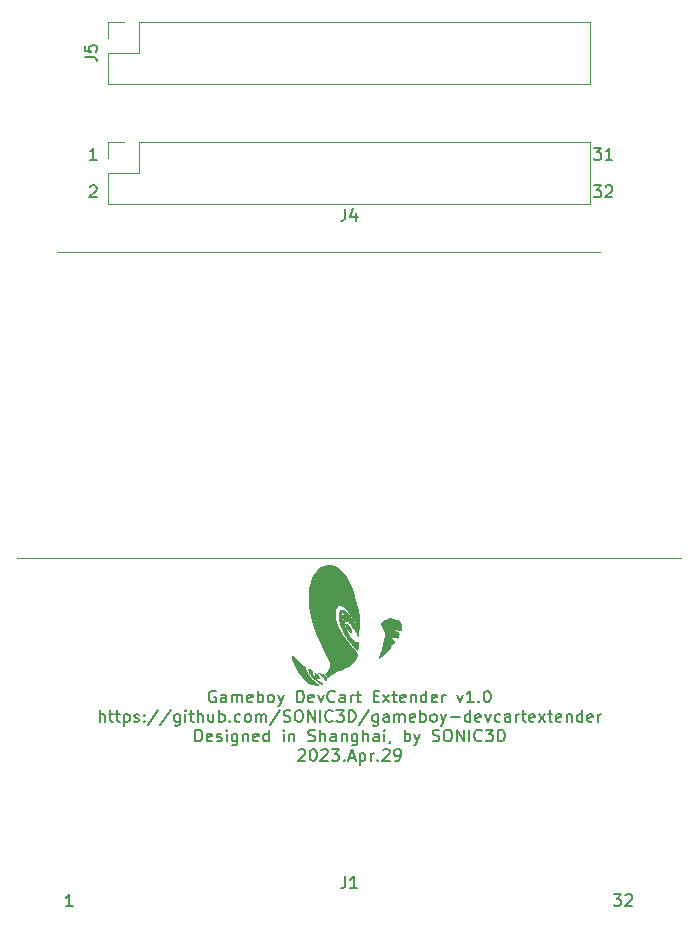
<source format=gto>
%TF.GenerationSoftware,KiCad,Pcbnew,(5.1.10-1-10_14)*%
%TF.CreationDate,2023-04-29T19:49:45+08:00*%
%TF.ProjectId,GB_DevCartExtender_Mainboard,47425f44-6576-4436-9172-74457874656e,1.0*%
%TF.SameCoordinates,Original*%
%TF.FileFunction,Legend,Top*%
%TF.FilePolarity,Positive*%
%FSLAX46Y46*%
G04 Gerber Fmt 4.6, Leading zero omitted, Abs format (unit mm)*
G04 Created by KiCad (PCBNEW (5.1.10-1-10_14)) date 2023-04-29 19:49:45*
%MOMM*%
%LPD*%
G01*
G04 APERTURE LIST*
%ADD10C,0.150000*%
%ADD11C,0.100000*%
%ADD12C,0.010000*%
%ADD13C,0.120000*%
G04 APERTURE END LIST*
D10*
X68230714Y-84272380D02*
X67659285Y-84272380D01*
X67945000Y-84272380D02*
X67945000Y-83272380D01*
X67849761Y-83415238D01*
X67754523Y-83510476D01*
X67659285Y-83558095D01*
X67659285Y-86542619D02*
X67706904Y-86495000D01*
X67802142Y-86447380D01*
X68040238Y-86447380D01*
X68135476Y-86495000D01*
X68183095Y-86542619D01*
X68230714Y-86637857D01*
X68230714Y-86733095D01*
X68183095Y-86875952D01*
X67611666Y-87447380D01*
X68230714Y-87447380D01*
X110315476Y-83272380D02*
X110934523Y-83272380D01*
X110601190Y-83653333D01*
X110744047Y-83653333D01*
X110839285Y-83700952D01*
X110886904Y-83748571D01*
X110934523Y-83843809D01*
X110934523Y-84081904D01*
X110886904Y-84177142D01*
X110839285Y-84224761D01*
X110744047Y-84272380D01*
X110458333Y-84272380D01*
X110363095Y-84224761D01*
X110315476Y-84177142D01*
X111886904Y-84272380D02*
X111315476Y-84272380D01*
X111601190Y-84272380D02*
X111601190Y-83272380D01*
X111505952Y-83415238D01*
X111410714Y-83510476D01*
X111315476Y-83558095D01*
X110315476Y-86447380D02*
X110934523Y-86447380D01*
X110601190Y-86828333D01*
X110744047Y-86828333D01*
X110839285Y-86875952D01*
X110886904Y-86923571D01*
X110934523Y-87018809D01*
X110934523Y-87256904D01*
X110886904Y-87352142D01*
X110839285Y-87399761D01*
X110744047Y-87447380D01*
X110458333Y-87447380D01*
X110363095Y-87399761D01*
X110315476Y-87352142D01*
X111315476Y-86542619D02*
X111363095Y-86495000D01*
X111458333Y-86447380D01*
X111696428Y-86447380D01*
X111791666Y-86495000D01*
X111839285Y-86542619D01*
X111886904Y-86637857D01*
X111886904Y-86733095D01*
X111839285Y-86875952D01*
X111267857Y-87447380D01*
X111886904Y-87447380D01*
X78292857Y-129265000D02*
X78197619Y-129217380D01*
X78054761Y-129217380D01*
X77911904Y-129265000D01*
X77816666Y-129360238D01*
X77769047Y-129455476D01*
X77721428Y-129645952D01*
X77721428Y-129788809D01*
X77769047Y-129979285D01*
X77816666Y-130074523D01*
X77911904Y-130169761D01*
X78054761Y-130217380D01*
X78149999Y-130217380D01*
X78292857Y-130169761D01*
X78340476Y-130122142D01*
X78340476Y-129788809D01*
X78149999Y-129788809D01*
X79197619Y-130217380D02*
X79197619Y-129693571D01*
X79149999Y-129598333D01*
X79054761Y-129550714D01*
X78864285Y-129550714D01*
X78769047Y-129598333D01*
X79197619Y-130169761D02*
X79102380Y-130217380D01*
X78864285Y-130217380D01*
X78769047Y-130169761D01*
X78721428Y-130074523D01*
X78721428Y-129979285D01*
X78769047Y-129884047D01*
X78864285Y-129836428D01*
X79102380Y-129836428D01*
X79197619Y-129788809D01*
X79673809Y-130217380D02*
X79673809Y-129550714D01*
X79673809Y-129645952D02*
X79721428Y-129598333D01*
X79816666Y-129550714D01*
X79959523Y-129550714D01*
X80054761Y-129598333D01*
X80102380Y-129693571D01*
X80102380Y-130217380D01*
X80102380Y-129693571D02*
X80149999Y-129598333D01*
X80245238Y-129550714D01*
X80388095Y-129550714D01*
X80483333Y-129598333D01*
X80530952Y-129693571D01*
X80530952Y-130217380D01*
X81388095Y-130169761D02*
X81292857Y-130217380D01*
X81102380Y-130217380D01*
X81007142Y-130169761D01*
X80959523Y-130074523D01*
X80959523Y-129693571D01*
X81007142Y-129598333D01*
X81102380Y-129550714D01*
X81292857Y-129550714D01*
X81388095Y-129598333D01*
X81435714Y-129693571D01*
X81435714Y-129788809D01*
X80959523Y-129884047D01*
X81864285Y-130217380D02*
X81864285Y-129217380D01*
X81864285Y-129598333D02*
X81959523Y-129550714D01*
X82149999Y-129550714D01*
X82245238Y-129598333D01*
X82292857Y-129645952D01*
X82340476Y-129741190D01*
X82340476Y-130026904D01*
X82292857Y-130122142D01*
X82245238Y-130169761D01*
X82149999Y-130217380D01*
X81959523Y-130217380D01*
X81864285Y-130169761D01*
X82911904Y-130217380D02*
X82816666Y-130169761D01*
X82769047Y-130122142D01*
X82721428Y-130026904D01*
X82721428Y-129741190D01*
X82769047Y-129645952D01*
X82816666Y-129598333D01*
X82911904Y-129550714D01*
X83054761Y-129550714D01*
X83150000Y-129598333D01*
X83197619Y-129645952D01*
X83245238Y-129741190D01*
X83245238Y-130026904D01*
X83197619Y-130122142D01*
X83150000Y-130169761D01*
X83054761Y-130217380D01*
X82911904Y-130217380D01*
X83578571Y-129550714D02*
X83816666Y-130217380D01*
X84054761Y-129550714D02*
X83816666Y-130217380D01*
X83721428Y-130455476D01*
X83673809Y-130503095D01*
X83578571Y-130550714D01*
X85197619Y-130217380D02*
X85197619Y-129217380D01*
X85435714Y-129217380D01*
X85578571Y-129265000D01*
X85673809Y-129360238D01*
X85721428Y-129455476D01*
X85769047Y-129645952D01*
X85769047Y-129788809D01*
X85721428Y-129979285D01*
X85673809Y-130074523D01*
X85578571Y-130169761D01*
X85435714Y-130217380D01*
X85197619Y-130217380D01*
X86578571Y-130169761D02*
X86483333Y-130217380D01*
X86292857Y-130217380D01*
X86197619Y-130169761D01*
X86150000Y-130074523D01*
X86150000Y-129693571D01*
X86197619Y-129598333D01*
X86292857Y-129550714D01*
X86483333Y-129550714D01*
X86578571Y-129598333D01*
X86626190Y-129693571D01*
X86626190Y-129788809D01*
X86150000Y-129884047D01*
X86959523Y-129550714D02*
X87197619Y-130217380D01*
X87435714Y-129550714D01*
X88388095Y-130122142D02*
X88340476Y-130169761D01*
X88197619Y-130217380D01*
X88102380Y-130217380D01*
X87959523Y-130169761D01*
X87864285Y-130074523D01*
X87816666Y-129979285D01*
X87769047Y-129788809D01*
X87769047Y-129645952D01*
X87816666Y-129455476D01*
X87864285Y-129360238D01*
X87959523Y-129265000D01*
X88102380Y-129217380D01*
X88197619Y-129217380D01*
X88340476Y-129265000D01*
X88388095Y-129312619D01*
X89245238Y-130217380D02*
X89245238Y-129693571D01*
X89197619Y-129598333D01*
X89102380Y-129550714D01*
X88911904Y-129550714D01*
X88816666Y-129598333D01*
X89245238Y-130169761D02*
X89149999Y-130217380D01*
X88911904Y-130217380D01*
X88816666Y-130169761D01*
X88769047Y-130074523D01*
X88769047Y-129979285D01*
X88816666Y-129884047D01*
X88911904Y-129836428D01*
X89149999Y-129836428D01*
X89245238Y-129788809D01*
X89721428Y-130217380D02*
X89721428Y-129550714D01*
X89721428Y-129741190D02*
X89769047Y-129645952D01*
X89816666Y-129598333D01*
X89911904Y-129550714D01*
X90007142Y-129550714D01*
X90197619Y-129550714D02*
X90578571Y-129550714D01*
X90340476Y-129217380D02*
X90340476Y-130074523D01*
X90388095Y-130169761D01*
X90483333Y-130217380D01*
X90578571Y-130217380D01*
X91673809Y-129693571D02*
X92007142Y-129693571D01*
X92149999Y-130217380D02*
X91673809Y-130217380D01*
X91673809Y-129217380D01*
X92149999Y-129217380D01*
X92483333Y-130217380D02*
X93007142Y-129550714D01*
X92483333Y-129550714D02*
X93007142Y-130217380D01*
X93245238Y-129550714D02*
X93626190Y-129550714D01*
X93388095Y-129217380D02*
X93388095Y-130074523D01*
X93435714Y-130169761D01*
X93530952Y-130217380D01*
X93626190Y-130217380D01*
X94340476Y-130169761D02*
X94245238Y-130217380D01*
X94054761Y-130217380D01*
X93959523Y-130169761D01*
X93911904Y-130074523D01*
X93911904Y-129693571D01*
X93959523Y-129598333D01*
X94054761Y-129550714D01*
X94245238Y-129550714D01*
X94340476Y-129598333D01*
X94388095Y-129693571D01*
X94388095Y-129788809D01*
X93911904Y-129884047D01*
X94816666Y-129550714D02*
X94816666Y-130217380D01*
X94816666Y-129645952D02*
X94864285Y-129598333D01*
X94959523Y-129550714D01*
X95102380Y-129550714D01*
X95197619Y-129598333D01*
X95245238Y-129693571D01*
X95245238Y-130217380D01*
X96149999Y-130217380D02*
X96149999Y-129217380D01*
X96149999Y-130169761D02*
X96054761Y-130217380D01*
X95864285Y-130217380D01*
X95769047Y-130169761D01*
X95721428Y-130122142D01*
X95673809Y-130026904D01*
X95673809Y-129741190D01*
X95721428Y-129645952D01*
X95769047Y-129598333D01*
X95864285Y-129550714D01*
X96054761Y-129550714D01*
X96149999Y-129598333D01*
X97007142Y-130169761D02*
X96911904Y-130217380D01*
X96721428Y-130217380D01*
X96626190Y-130169761D01*
X96578571Y-130074523D01*
X96578571Y-129693571D01*
X96626190Y-129598333D01*
X96721428Y-129550714D01*
X96911904Y-129550714D01*
X97007142Y-129598333D01*
X97054761Y-129693571D01*
X97054761Y-129788809D01*
X96578571Y-129884047D01*
X97483333Y-130217380D02*
X97483333Y-129550714D01*
X97483333Y-129741190D02*
X97530952Y-129645952D01*
X97578571Y-129598333D01*
X97673809Y-129550714D01*
X97769047Y-129550714D01*
X98769047Y-129550714D02*
X99007142Y-130217380D01*
X99245238Y-129550714D01*
X100149999Y-130217380D02*
X99578571Y-130217380D01*
X99864285Y-130217380D02*
X99864285Y-129217380D01*
X99769047Y-129360238D01*
X99673809Y-129455476D01*
X99578571Y-129503095D01*
X100578571Y-130122142D02*
X100626190Y-130169761D01*
X100578571Y-130217380D01*
X100530952Y-130169761D01*
X100578571Y-130122142D01*
X100578571Y-130217380D01*
X101245238Y-129217380D02*
X101340476Y-129217380D01*
X101435714Y-129265000D01*
X101483333Y-129312619D01*
X101530952Y-129407857D01*
X101578571Y-129598333D01*
X101578571Y-129836428D01*
X101530952Y-130026904D01*
X101483333Y-130122142D01*
X101435714Y-130169761D01*
X101340476Y-130217380D01*
X101245238Y-130217380D01*
X101149999Y-130169761D01*
X101102380Y-130122142D01*
X101054761Y-130026904D01*
X101007142Y-129836428D01*
X101007142Y-129598333D01*
X101054761Y-129407857D01*
X101102380Y-129312619D01*
X101149999Y-129265000D01*
X101245238Y-129217380D01*
X68483333Y-131867380D02*
X68483333Y-130867380D01*
X68911904Y-131867380D02*
X68911904Y-131343571D01*
X68864285Y-131248333D01*
X68769047Y-131200714D01*
X68626190Y-131200714D01*
X68530952Y-131248333D01*
X68483333Y-131295952D01*
X69245238Y-131200714D02*
X69626190Y-131200714D01*
X69388095Y-130867380D02*
X69388095Y-131724523D01*
X69435714Y-131819761D01*
X69530952Y-131867380D01*
X69626190Y-131867380D01*
X69816666Y-131200714D02*
X70197619Y-131200714D01*
X69959523Y-130867380D02*
X69959523Y-131724523D01*
X70007142Y-131819761D01*
X70102380Y-131867380D01*
X70197619Y-131867380D01*
X70530952Y-131200714D02*
X70530952Y-132200714D01*
X70530952Y-131248333D02*
X70626190Y-131200714D01*
X70816666Y-131200714D01*
X70911904Y-131248333D01*
X70959523Y-131295952D01*
X71007142Y-131391190D01*
X71007142Y-131676904D01*
X70959523Y-131772142D01*
X70911904Y-131819761D01*
X70816666Y-131867380D01*
X70626190Y-131867380D01*
X70530952Y-131819761D01*
X71388095Y-131819761D02*
X71483333Y-131867380D01*
X71673809Y-131867380D01*
X71769047Y-131819761D01*
X71816666Y-131724523D01*
X71816666Y-131676904D01*
X71769047Y-131581666D01*
X71673809Y-131534047D01*
X71530952Y-131534047D01*
X71435714Y-131486428D01*
X71388095Y-131391190D01*
X71388095Y-131343571D01*
X71435714Y-131248333D01*
X71530952Y-131200714D01*
X71673809Y-131200714D01*
X71769047Y-131248333D01*
X72245238Y-131772142D02*
X72292857Y-131819761D01*
X72245238Y-131867380D01*
X72197619Y-131819761D01*
X72245238Y-131772142D01*
X72245238Y-131867380D01*
X72245238Y-131248333D02*
X72292857Y-131295952D01*
X72245238Y-131343571D01*
X72197619Y-131295952D01*
X72245238Y-131248333D01*
X72245238Y-131343571D01*
X73435714Y-130819761D02*
X72578571Y-132105476D01*
X74483333Y-130819761D02*
X73626190Y-132105476D01*
X75245238Y-131200714D02*
X75245238Y-132010238D01*
X75197619Y-132105476D01*
X75150000Y-132153095D01*
X75054761Y-132200714D01*
X74911904Y-132200714D01*
X74816666Y-132153095D01*
X75245238Y-131819761D02*
X75150000Y-131867380D01*
X74959523Y-131867380D01*
X74864285Y-131819761D01*
X74816666Y-131772142D01*
X74769047Y-131676904D01*
X74769047Y-131391190D01*
X74816666Y-131295952D01*
X74864285Y-131248333D01*
X74959523Y-131200714D01*
X75150000Y-131200714D01*
X75245238Y-131248333D01*
X75721428Y-131867380D02*
X75721428Y-131200714D01*
X75721428Y-130867380D02*
X75673809Y-130915000D01*
X75721428Y-130962619D01*
X75769047Y-130915000D01*
X75721428Y-130867380D01*
X75721428Y-130962619D01*
X76054761Y-131200714D02*
X76435714Y-131200714D01*
X76197619Y-130867380D02*
X76197619Y-131724523D01*
X76245238Y-131819761D01*
X76340476Y-131867380D01*
X76435714Y-131867380D01*
X76769047Y-131867380D02*
X76769047Y-130867380D01*
X77197619Y-131867380D02*
X77197619Y-131343571D01*
X77150000Y-131248333D01*
X77054761Y-131200714D01*
X76911904Y-131200714D01*
X76816666Y-131248333D01*
X76769047Y-131295952D01*
X78102380Y-131200714D02*
X78102380Y-131867380D01*
X77673809Y-131200714D02*
X77673809Y-131724523D01*
X77721428Y-131819761D01*
X77816666Y-131867380D01*
X77959523Y-131867380D01*
X78054761Y-131819761D01*
X78102380Y-131772142D01*
X78578571Y-131867380D02*
X78578571Y-130867380D01*
X78578571Y-131248333D02*
X78673809Y-131200714D01*
X78864285Y-131200714D01*
X78959523Y-131248333D01*
X79007142Y-131295952D01*
X79054761Y-131391190D01*
X79054761Y-131676904D01*
X79007142Y-131772142D01*
X78959523Y-131819761D01*
X78864285Y-131867380D01*
X78673809Y-131867380D01*
X78578571Y-131819761D01*
X79483333Y-131772142D02*
X79530952Y-131819761D01*
X79483333Y-131867380D01*
X79435714Y-131819761D01*
X79483333Y-131772142D01*
X79483333Y-131867380D01*
X80388095Y-131819761D02*
X80292857Y-131867380D01*
X80102380Y-131867380D01*
X80007142Y-131819761D01*
X79959523Y-131772142D01*
X79911904Y-131676904D01*
X79911904Y-131391190D01*
X79959523Y-131295952D01*
X80007142Y-131248333D01*
X80102380Y-131200714D01*
X80292857Y-131200714D01*
X80388095Y-131248333D01*
X80959523Y-131867380D02*
X80864285Y-131819761D01*
X80816666Y-131772142D01*
X80769047Y-131676904D01*
X80769047Y-131391190D01*
X80816666Y-131295952D01*
X80864285Y-131248333D01*
X80959523Y-131200714D01*
X81102380Y-131200714D01*
X81197619Y-131248333D01*
X81245238Y-131295952D01*
X81292857Y-131391190D01*
X81292857Y-131676904D01*
X81245238Y-131772142D01*
X81197619Y-131819761D01*
X81102380Y-131867380D01*
X80959523Y-131867380D01*
X81721428Y-131867380D02*
X81721428Y-131200714D01*
X81721428Y-131295952D02*
X81769047Y-131248333D01*
X81864285Y-131200714D01*
X82007142Y-131200714D01*
X82102380Y-131248333D01*
X82150000Y-131343571D01*
X82150000Y-131867380D01*
X82150000Y-131343571D02*
X82197619Y-131248333D01*
X82292857Y-131200714D01*
X82435714Y-131200714D01*
X82530952Y-131248333D01*
X82578571Y-131343571D01*
X82578571Y-131867380D01*
X83769047Y-130819761D02*
X82911904Y-132105476D01*
X84054761Y-131819761D02*
X84197619Y-131867380D01*
X84435714Y-131867380D01*
X84530952Y-131819761D01*
X84578571Y-131772142D01*
X84626190Y-131676904D01*
X84626190Y-131581666D01*
X84578571Y-131486428D01*
X84530952Y-131438809D01*
X84435714Y-131391190D01*
X84245238Y-131343571D01*
X84150000Y-131295952D01*
X84102380Y-131248333D01*
X84054761Y-131153095D01*
X84054761Y-131057857D01*
X84102380Y-130962619D01*
X84150000Y-130915000D01*
X84245238Y-130867380D01*
X84483333Y-130867380D01*
X84626190Y-130915000D01*
X85245238Y-130867380D02*
X85435714Y-130867380D01*
X85530952Y-130915000D01*
X85626190Y-131010238D01*
X85673809Y-131200714D01*
X85673809Y-131534047D01*
X85626190Y-131724523D01*
X85530952Y-131819761D01*
X85435714Y-131867380D01*
X85245238Y-131867380D01*
X85150000Y-131819761D01*
X85054761Y-131724523D01*
X85007142Y-131534047D01*
X85007142Y-131200714D01*
X85054761Y-131010238D01*
X85150000Y-130915000D01*
X85245238Y-130867380D01*
X86102380Y-131867380D02*
X86102380Y-130867380D01*
X86673809Y-131867380D01*
X86673809Y-130867380D01*
X87150000Y-131867380D02*
X87150000Y-130867380D01*
X88197619Y-131772142D02*
X88150000Y-131819761D01*
X88007142Y-131867380D01*
X87911904Y-131867380D01*
X87769047Y-131819761D01*
X87673809Y-131724523D01*
X87626190Y-131629285D01*
X87578571Y-131438809D01*
X87578571Y-131295952D01*
X87626190Y-131105476D01*
X87673809Y-131010238D01*
X87769047Y-130915000D01*
X87911904Y-130867380D01*
X88007142Y-130867380D01*
X88150000Y-130915000D01*
X88197619Y-130962619D01*
X88530952Y-130867380D02*
X89150000Y-130867380D01*
X88816666Y-131248333D01*
X88959523Y-131248333D01*
X89054761Y-131295952D01*
X89102380Y-131343571D01*
X89150000Y-131438809D01*
X89150000Y-131676904D01*
X89102380Y-131772142D01*
X89054761Y-131819761D01*
X88959523Y-131867380D01*
X88673809Y-131867380D01*
X88578571Y-131819761D01*
X88530952Y-131772142D01*
X89578571Y-131867380D02*
X89578571Y-130867380D01*
X89816666Y-130867380D01*
X89959523Y-130915000D01*
X90054761Y-131010238D01*
X90102380Y-131105476D01*
X90150000Y-131295952D01*
X90150000Y-131438809D01*
X90102380Y-131629285D01*
X90054761Y-131724523D01*
X89959523Y-131819761D01*
X89816666Y-131867380D01*
X89578571Y-131867380D01*
X91292857Y-130819761D02*
X90435714Y-132105476D01*
X92054761Y-131200714D02*
X92054761Y-132010238D01*
X92007142Y-132105476D01*
X91959523Y-132153095D01*
X91864285Y-132200714D01*
X91721428Y-132200714D01*
X91626190Y-132153095D01*
X92054761Y-131819761D02*
X91959523Y-131867380D01*
X91769047Y-131867380D01*
X91673809Y-131819761D01*
X91626190Y-131772142D01*
X91578571Y-131676904D01*
X91578571Y-131391190D01*
X91626190Y-131295952D01*
X91673809Y-131248333D01*
X91769047Y-131200714D01*
X91959523Y-131200714D01*
X92054761Y-131248333D01*
X92959523Y-131867380D02*
X92959523Y-131343571D01*
X92911904Y-131248333D01*
X92816666Y-131200714D01*
X92626190Y-131200714D01*
X92530952Y-131248333D01*
X92959523Y-131819761D02*
X92864285Y-131867380D01*
X92626190Y-131867380D01*
X92530952Y-131819761D01*
X92483333Y-131724523D01*
X92483333Y-131629285D01*
X92530952Y-131534047D01*
X92626190Y-131486428D01*
X92864285Y-131486428D01*
X92959523Y-131438809D01*
X93435714Y-131867380D02*
X93435714Y-131200714D01*
X93435714Y-131295952D02*
X93483333Y-131248333D01*
X93578571Y-131200714D01*
X93721428Y-131200714D01*
X93816666Y-131248333D01*
X93864285Y-131343571D01*
X93864285Y-131867380D01*
X93864285Y-131343571D02*
X93911904Y-131248333D01*
X94007142Y-131200714D01*
X94150000Y-131200714D01*
X94245238Y-131248333D01*
X94292857Y-131343571D01*
X94292857Y-131867380D01*
X95150000Y-131819761D02*
X95054761Y-131867380D01*
X94864285Y-131867380D01*
X94769047Y-131819761D01*
X94721428Y-131724523D01*
X94721428Y-131343571D01*
X94769047Y-131248333D01*
X94864285Y-131200714D01*
X95054761Y-131200714D01*
X95150000Y-131248333D01*
X95197619Y-131343571D01*
X95197619Y-131438809D01*
X94721428Y-131534047D01*
X95626190Y-131867380D02*
X95626190Y-130867380D01*
X95626190Y-131248333D02*
X95721428Y-131200714D01*
X95911904Y-131200714D01*
X96007142Y-131248333D01*
X96054761Y-131295952D01*
X96102380Y-131391190D01*
X96102380Y-131676904D01*
X96054761Y-131772142D01*
X96007142Y-131819761D01*
X95911904Y-131867380D01*
X95721428Y-131867380D01*
X95626190Y-131819761D01*
X96673809Y-131867380D02*
X96578571Y-131819761D01*
X96530952Y-131772142D01*
X96483333Y-131676904D01*
X96483333Y-131391190D01*
X96530952Y-131295952D01*
X96578571Y-131248333D01*
X96673809Y-131200714D01*
X96816666Y-131200714D01*
X96911904Y-131248333D01*
X96959523Y-131295952D01*
X97007142Y-131391190D01*
X97007142Y-131676904D01*
X96959523Y-131772142D01*
X96911904Y-131819761D01*
X96816666Y-131867380D01*
X96673809Y-131867380D01*
X97340476Y-131200714D02*
X97578571Y-131867380D01*
X97816666Y-131200714D02*
X97578571Y-131867380D01*
X97483333Y-132105476D01*
X97435714Y-132153095D01*
X97340476Y-132200714D01*
X98197619Y-131486428D02*
X98959523Y-131486428D01*
X99864285Y-131867380D02*
X99864285Y-130867380D01*
X99864285Y-131819761D02*
X99769047Y-131867380D01*
X99578571Y-131867380D01*
X99483333Y-131819761D01*
X99435714Y-131772142D01*
X99388095Y-131676904D01*
X99388095Y-131391190D01*
X99435714Y-131295952D01*
X99483333Y-131248333D01*
X99578571Y-131200714D01*
X99769047Y-131200714D01*
X99864285Y-131248333D01*
X100721428Y-131819761D02*
X100626190Y-131867380D01*
X100435714Y-131867380D01*
X100340476Y-131819761D01*
X100292857Y-131724523D01*
X100292857Y-131343571D01*
X100340476Y-131248333D01*
X100435714Y-131200714D01*
X100626190Y-131200714D01*
X100721428Y-131248333D01*
X100769047Y-131343571D01*
X100769047Y-131438809D01*
X100292857Y-131534047D01*
X101102380Y-131200714D02*
X101340476Y-131867380D01*
X101578571Y-131200714D01*
X102388095Y-131819761D02*
X102292857Y-131867380D01*
X102102380Y-131867380D01*
X102007142Y-131819761D01*
X101959523Y-131772142D01*
X101911904Y-131676904D01*
X101911904Y-131391190D01*
X101959523Y-131295952D01*
X102007142Y-131248333D01*
X102102380Y-131200714D01*
X102292857Y-131200714D01*
X102388095Y-131248333D01*
X103245238Y-131867380D02*
X103245238Y-131343571D01*
X103197619Y-131248333D01*
X103102380Y-131200714D01*
X102911904Y-131200714D01*
X102816666Y-131248333D01*
X103245238Y-131819761D02*
X103150000Y-131867380D01*
X102911904Y-131867380D01*
X102816666Y-131819761D01*
X102769047Y-131724523D01*
X102769047Y-131629285D01*
X102816666Y-131534047D01*
X102911904Y-131486428D01*
X103150000Y-131486428D01*
X103245238Y-131438809D01*
X103721428Y-131867380D02*
X103721428Y-131200714D01*
X103721428Y-131391190D02*
X103769047Y-131295952D01*
X103816666Y-131248333D01*
X103911904Y-131200714D01*
X104007142Y-131200714D01*
X104197619Y-131200714D02*
X104578571Y-131200714D01*
X104340476Y-130867380D02*
X104340476Y-131724523D01*
X104388095Y-131819761D01*
X104483333Y-131867380D01*
X104578571Y-131867380D01*
X105292857Y-131819761D02*
X105197619Y-131867380D01*
X105007142Y-131867380D01*
X104911904Y-131819761D01*
X104864285Y-131724523D01*
X104864285Y-131343571D01*
X104911904Y-131248333D01*
X105007142Y-131200714D01*
X105197619Y-131200714D01*
X105292857Y-131248333D01*
X105340476Y-131343571D01*
X105340476Y-131438809D01*
X104864285Y-131534047D01*
X105673809Y-131867380D02*
X106197619Y-131200714D01*
X105673809Y-131200714D02*
X106197619Y-131867380D01*
X106435714Y-131200714D02*
X106816666Y-131200714D01*
X106578571Y-130867380D02*
X106578571Y-131724523D01*
X106626190Y-131819761D01*
X106721428Y-131867380D01*
X106816666Y-131867380D01*
X107530952Y-131819761D02*
X107435714Y-131867380D01*
X107245238Y-131867380D01*
X107150000Y-131819761D01*
X107102380Y-131724523D01*
X107102380Y-131343571D01*
X107150000Y-131248333D01*
X107245238Y-131200714D01*
X107435714Y-131200714D01*
X107530952Y-131248333D01*
X107578571Y-131343571D01*
X107578571Y-131438809D01*
X107102380Y-131534047D01*
X108007142Y-131200714D02*
X108007142Y-131867380D01*
X108007142Y-131295952D02*
X108054761Y-131248333D01*
X108150000Y-131200714D01*
X108292857Y-131200714D01*
X108388095Y-131248333D01*
X108435714Y-131343571D01*
X108435714Y-131867380D01*
X109340476Y-131867380D02*
X109340476Y-130867380D01*
X109340476Y-131819761D02*
X109245238Y-131867380D01*
X109054761Y-131867380D01*
X108959523Y-131819761D01*
X108911904Y-131772142D01*
X108864285Y-131676904D01*
X108864285Y-131391190D01*
X108911904Y-131295952D01*
X108959523Y-131248333D01*
X109054761Y-131200714D01*
X109245238Y-131200714D01*
X109340476Y-131248333D01*
X110197619Y-131819761D02*
X110102380Y-131867380D01*
X109911904Y-131867380D01*
X109816666Y-131819761D01*
X109769047Y-131724523D01*
X109769047Y-131343571D01*
X109816666Y-131248333D01*
X109911904Y-131200714D01*
X110102380Y-131200714D01*
X110197619Y-131248333D01*
X110245238Y-131343571D01*
X110245238Y-131438809D01*
X109769047Y-131534047D01*
X110673809Y-131867380D02*
X110673809Y-131200714D01*
X110673809Y-131391190D02*
X110721428Y-131295952D01*
X110769047Y-131248333D01*
X110864285Y-131200714D01*
X110959523Y-131200714D01*
X76578571Y-133517380D02*
X76578571Y-132517380D01*
X76816666Y-132517380D01*
X76959523Y-132565000D01*
X77054761Y-132660238D01*
X77102380Y-132755476D01*
X77150000Y-132945952D01*
X77150000Y-133088809D01*
X77102380Y-133279285D01*
X77054761Y-133374523D01*
X76959523Y-133469761D01*
X76816666Y-133517380D01*
X76578571Y-133517380D01*
X77959523Y-133469761D02*
X77864285Y-133517380D01*
X77673809Y-133517380D01*
X77578571Y-133469761D01*
X77530952Y-133374523D01*
X77530952Y-132993571D01*
X77578571Y-132898333D01*
X77673809Y-132850714D01*
X77864285Y-132850714D01*
X77959523Y-132898333D01*
X78007142Y-132993571D01*
X78007142Y-133088809D01*
X77530952Y-133184047D01*
X78388095Y-133469761D02*
X78483333Y-133517380D01*
X78673809Y-133517380D01*
X78769047Y-133469761D01*
X78816666Y-133374523D01*
X78816666Y-133326904D01*
X78769047Y-133231666D01*
X78673809Y-133184047D01*
X78530952Y-133184047D01*
X78435714Y-133136428D01*
X78388095Y-133041190D01*
X78388095Y-132993571D01*
X78435714Y-132898333D01*
X78530952Y-132850714D01*
X78673809Y-132850714D01*
X78769047Y-132898333D01*
X79245238Y-133517380D02*
X79245238Y-132850714D01*
X79245238Y-132517380D02*
X79197619Y-132565000D01*
X79245238Y-132612619D01*
X79292857Y-132565000D01*
X79245238Y-132517380D01*
X79245238Y-132612619D01*
X80150000Y-132850714D02*
X80150000Y-133660238D01*
X80102380Y-133755476D01*
X80054761Y-133803095D01*
X79959523Y-133850714D01*
X79816666Y-133850714D01*
X79721428Y-133803095D01*
X80150000Y-133469761D02*
X80054761Y-133517380D01*
X79864285Y-133517380D01*
X79769047Y-133469761D01*
X79721428Y-133422142D01*
X79673809Y-133326904D01*
X79673809Y-133041190D01*
X79721428Y-132945952D01*
X79769047Y-132898333D01*
X79864285Y-132850714D01*
X80054761Y-132850714D01*
X80150000Y-132898333D01*
X80626190Y-132850714D02*
X80626190Y-133517380D01*
X80626190Y-132945952D02*
X80673809Y-132898333D01*
X80769047Y-132850714D01*
X80911904Y-132850714D01*
X81007142Y-132898333D01*
X81054761Y-132993571D01*
X81054761Y-133517380D01*
X81911904Y-133469761D02*
X81816666Y-133517380D01*
X81626190Y-133517380D01*
X81530952Y-133469761D01*
X81483333Y-133374523D01*
X81483333Y-132993571D01*
X81530952Y-132898333D01*
X81626190Y-132850714D01*
X81816666Y-132850714D01*
X81911904Y-132898333D01*
X81959523Y-132993571D01*
X81959523Y-133088809D01*
X81483333Y-133184047D01*
X82816666Y-133517380D02*
X82816666Y-132517380D01*
X82816666Y-133469761D02*
X82721428Y-133517380D01*
X82530952Y-133517380D01*
X82435714Y-133469761D01*
X82388095Y-133422142D01*
X82340476Y-133326904D01*
X82340476Y-133041190D01*
X82388095Y-132945952D01*
X82435714Y-132898333D01*
X82530952Y-132850714D01*
X82721428Y-132850714D01*
X82816666Y-132898333D01*
X84054761Y-133517380D02*
X84054761Y-132850714D01*
X84054761Y-132517380D02*
X84007142Y-132565000D01*
X84054761Y-132612619D01*
X84102380Y-132565000D01*
X84054761Y-132517380D01*
X84054761Y-132612619D01*
X84530952Y-132850714D02*
X84530952Y-133517380D01*
X84530952Y-132945952D02*
X84578571Y-132898333D01*
X84673809Y-132850714D01*
X84816666Y-132850714D01*
X84911904Y-132898333D01*
X84959523Y-132993571D01*
X84959523Y-133517380D01*
X86150000Y-133469761D02*
X86292857Y-133517380D01*
X86530952Y-133517380D01*
X86626190Y-133469761D01*
X86673809Y-133422142D01*
X86721428Y-133326904D01*
X86721428Y-133231666D01*
X86673809Y-133136428D01*
X86626190Y-133088809D01*
X86530952Y-133041190D01*
X86340476Y-132993571D01*
X86245238Y-132945952D01*
X86197619Y-132898333D01*
X86150000Y-132803095D01*
X86150000Y-132707857D01*
X86197619Y-132612619D01*
X86245238Y-132565000D01*
X86340476Y-132517380D01*
X86578571Y-132517380D01*
X86721428Y-132565000D01*
X87150000Y-133517380D02*
X87150000Y-132517380D01*
X87578571Y-133517380D02*
X87578571Y-132993571D01*
X87530952Y-132898333D01*
X87435714Y-132850714D01*
X87292857Y-132850714D01*
X87197619Y-132898333D01*
X87150000Y-132945952D01*
X88483333Y-133517380D02*
X88483333Y-132993571D01*
X88435714Y-132898333D01*
X88340476Y-132850714D01*
X88150000Y-132850714D01*
X88054761Y-132898333D01*
X88483333Y-133469761D02*
X88388095Y-133517380D01*
X88150000Y-133517380D01*
X88054761Y-133469761D01*
X88007142Y-133374523D01*
X88007142Y-133279285D01*
X88054761Y-133184047D01*
X88150000Y-133136428D01*
X88388095Y-133136428D01*
X88483333Y-133088809D01*
X88959523Y-132850714D02*
X88959523Y-133517380D01*
X88959523Y-132945952D02*
X89007142Y-132898333D01*
X89102380Y-132850714D01*
X89245238Y-132850714D01*
X89340476Y-132898333D01*
X89388095Y-132993571D01*
X89388095Y-133517380D01*
X90292857Y-132850714D02*
X90292857Y-133660238D01*
X90245238Y-133755476D01*
X90197619Y-133803095D01*
X90102380Y-133850714D01*
X89959523Y-133850714D01*
X89864285Y-133803095D01*
X90292857Y-133469761D02*
X90197619Y-133517380D01*
X90007142Y-133517380D01*
X89911904Y-133469761D01*
X89864285Y-133422142D01*
X89816666Y-133326904D01*
X89816666Y-133041190D01*
X89864285Y-132945952D01*
X89911904Y-132898333D01*
X90007142Y-132850714D01*
X90197619Y-132850714D01*
X90292857Y-132898333D01*
X90769047Y-133517380D02*
X90769047Y-132517380D01*
X91197619Y-133517380D02*
X91197619Y-132993571D01*
X91150000Y-132898333D01*
X91054761Y-132850714D01*
X90911904Y-132850714D01*
X90816666Y-132898333D01*
X90769047Y-132945952D01*
X92102380Y-133517380D02*
X92102380Y-132993571D01*
X92054761Y-132898333D01*
X91959523Y-132850714D01*
X91769047Y-132850714D01*
X91673809Y-132898333D01*
X92102380Y-133469761D02*
X92007142Y-133517380D01*
X91769047Y-133517380D01*
X91673809Y-133469761D01*
X91626190Y-133374523D01*
X91626190Y-133279285D01*
X91673809Y-133184047D01*
X91769047Y-133136428D01*
X92007142Y-133136428D01*
X92102380Y-133088809D01*
X92578571Y-133517380D02*
X92578571Y-132850714D01*
X92578571Y-132517380D02*
X92530952Y-132565000D01*
X92578571Y-132612619D01*
X92626190Y-132565000D01*
X92578571Y-132517380D01*
X92578571Y-132612619D01*
X93102380Y-133469761D02*
X93102380Y-133517380D01*
X93054761Y-133612619D01*
X93007142Y-133660238D01*
X94292857Y-133517380D02*
X94292857Y-132517380D01*
X94292857Y-132898333D02*
X94388095Y-132850714D01*
X94578571Y-132850714D01*
X94673809Y-132898333D01*
X94721428Y-132945952D01*
X94769047Y-133041190D01*
X94769047Y-133326904D01*
X94721428Y-133422142D01*
X94673809Y-133469761D01*
X94578571Y-133517380D01*
X94388095Y-133517380D01*
X94292857Y-133469761D01*
X95102380Y-132850714D02*
X95340476Y-133517380D01*
X95578571Y-132850714D02*
X95340476Y-133517380D01*
X95245238Y-133755476D01*
X95197619Y-133803095D01*
X95102380Y-133850714D01*
X96673809Y-133469761D02*
X96816666Y-133517380D01*
X97054761Y-133517380D01*
X97150000Y-133469761D01*
X97197619Y-133422142D01*
X97245238Y-133326904D01*
X97245238Y-133231666D01*
X97197619Y-133136428D01*
X97150000Y-133088809D01*
X97054761Y-133041190D01*
X96864285Y-132993571D01*
X96769047Y-132945952D01*
X96721428Y-132898333D01*
X96673809Y-132803095D01*
X96673809Y-132707857D01*
X96721428Y-132612619D01*
X96769047Y-132565000D01*
X96864285Y-132517380D01*
X97102380Y-132517380D01*
X97245238Y-132565000D01*
X97864285Y-132517380D02*
X98054761Y-132517380D01*
X98150000Y-132565000D01*
X98245238Y-132660238D01*
X98292857Y-132850714D01*
X98292857Y-133184047D01*
X98245238Y-133374523D01*
X98150000Y-133469761D01*
X98054761Y-133517380D01*
X97864285Y-133517380D01*
X97769047Y-133469761D01*
X97673809Y-133374523D01*
X97626190Y-133184047D01*
X97626190Y-132850714D01*
X97673809Y-132660238D01*
X97769047Y-132565000D01*
X97864285Y-132517380D01*
X98721428Y-133517380D02*
X98721428Y-132517380D01*
X99292857Y-133517380D01*
X99292857Y-132517380D01*
X99769047Y-133517380D02*
X99769047Y-132517380D01*
X100816666Y-133422142D02*
X100769047Y-133469761D01*
X100626190Y-133517380D01*
X100530952Y-133517380D01*
X100388095Y-133469761D01*
X100292857Y-133374523D01*
X100245238Y-133279285D01*
X100197619Y-133088809D01*
X100197619Y-132945952D01*
X100245238Y-132755476D01*
X100292857Y-132660238D01*
X100388095Y-132565000D01*
X100530952Y-132517380D01*
X100626190Y-132517380D01*
X100769047Y-132565000D01*
X100816666Y-132612619D01*
X101150000Y-132517380D02*
X101769047Y-132517380D01*
X101435714Y-132898333D01*
X101578571Y-132898333D01*
X101673809Y-132945952D01*
X101721428Y-132993571D01*
X101769047Y-133088809D01*
X101769047Y-133326904D01*
X101721428Y-133422142D01*
X101673809Y-133469761D01*
X101578571Y-133517380D01*
X101292857Y-133517380D01*
X101197619Y-133469761D01*
X101150000Y-133422142D01*
X102197619Y-133517380D02*
X102197619Y-132517380D01*
X102435714Y-132517380D01*
X102578571Y-132565000D01*
X102673809Y-132660238D01*
X102721428Y-132755476D01*
X102769047Y-132945952D01*
X102769047Y-133088809D01*
X102721428Y-133279285D01*
X102673809Y-133374523D01*
X102578571Y-133469761D01*
X102435714Y-133517380D01*
X102197619Y-133517380D01*
X85316666Y-134262619D02*
X85364285Y-134215000D01*
X85459523Y-134167380D01*
X85697619Y-134167380D01*
X85792857Y-134215000D01*
X85840476Y-134262619D01*
X85888095Y-134357857D01*
X85888095Y-134453095D01*
X85840476Y-134595952D01*
X85269047Y-135167380D01*
X85888095Y-135167380D01*
X86507142Y-134167380D02*
X86602380Y-134167380D01*
X86697619Y-134215000D01*
X86745238Y-134262619D01*
X86792857Y-134357857D01*
X86840476Y-134548333D01*
X86840476Y-134786428D01*
X86792857Y-134976904D01*
X86745238Y-135072142D01*
X86697619Y-135119761D01*
X86602380Y-135167380D01*
X86507142Y-135167380D01*
X86411904Y-135119761D01*
X86364285Y-135072142D01*
X86316666Y-134976904D01*
X86269047Y-134786428D01*
X86269047Y-134548333D01*
X86316666Y-134357857D01*
X86364285Y-134262619D01*
X86411904Y-134215000D01*
X86507142Y-134167380D01*
X87221428Y-134262619D02*
X87269047Y-134215000D01*
X87364285Y-134167380D01*
X87602380Y-134167380D01*
X87697619Y-134215000D01*
X87745238Y-134262619D01*
X87792857Y-134357857D01*
X87792857Y-134453095D01*
X87745238Y-134595952D01*
X87173809Y-135167380D01*
X87792857Y-135167380D01*
X88126190Y-134167380D02*
X88745238Y-134167380D01*
X88411904Y-134548333D01*
X88554761Y-134548333D01*
X88650000Y-134595952D01*
X88697619Y-134643571D01*
X88745238Y-134738809D01*
X88745238Y-134976904D01*
X88697619Y-135072142D01*
X88650000Y-135119761D01*
X88554761Y-135167380D01*
X88269047Y-135167380D01*
X88173809Y-135119761D01*
X88126190Y-135072142D01*
X89173809Y-135072142D02*
X89221428Y-135119761D01*
X89173809Y-135167380D01*
X89126190Y-135119761D01*
X89173809Y-135072142D01*
X89173809Y-135167380D01*
X89602380Y-134881666D02*
X90078571Y-134881666D01*
X89507142Y-135167380D02*
X89840476Y-134167380D01*
X90173809Y-135167380D01*
X90507142Y-134500714D02*
X90507142Y-135500714D01*
X90507142Y-134548333D02*
X90602380Y-134500714D01*
X90792857Y-134500714D01*
X90888095Y-134548333D01*
X90935714Y-134595952D01*
X90983333Y-134691190D01*
X90983333Y-134976904D01*
X90935714Y-135072142D01*
X90888095Y-135119761D01*
X90792857Y-135167380D01*
X90602380Y-135167380D01*
X90507142Y-135119761D01*
X91411904Y-135167380D02*
X91411904Y-134500714D01*
X91411904Y-134691190D02*
X91459523Y-134595952D01*
X91507142Y-134548333D01*
X91602380Y-134500714D01*
X91697619Y-134500714D01*
X92030952Y-135072142D02*
X92078571Y-135119761D01*
X92030952Y-135167380D01*
X91983333Y-135119761D01*
X92030952Y-135072142D01*
X92030952Y-135167380D01*
X92459523Y-134262619D02*
X92507142Y-134215000D01*
X92602380Y-134167380D01*
X92840476Y-134167380D01*
X92935714Y-134215000D01*
X92983333Y-134262619D01*
X93030952Y-134357857D01*
X93030952Y-134453095D01*
X92983333Y-134595952D01*
X92411904Y-135167380D01*
X93030952Y-135167380D01*
X93507142Y-135167380D02*
X93697619Y-135167380D01*
X93792857Y-135119761D01*
X93840476Y-135072142D01*
X93935714Y-134929285D01*
X93983333Y-134738809D01*
X93983333Y-134357857D01*
X93935714Y-134262619D01*
X93888095Y-134215000D01*
X93792857Y-134167380D01*
X93602380Y-134167380D01*
X93507142Y-134215000D01*
X93459523Y-134262619D01*
X93411904Y-134357857D01*
X93411904Y-134595952D01*
X93459523Y-134691190D01*
X93507142Y-134738809D01*
X93602380Y-134786428D01*
X93792857Y-134786428D01*
X93888095Y-134738809D01*
X93935714Y-134691190D01*
X93983333Y-134595952D01*
D11*
X64900000Y-92100000D02*
X110850000Y-92100000D01*
X61500000Y-118000000D02*
X117700000Y-118000000D01*
D12*
%TO.C,G\u002A\u002A\u002A*%
G36*
X89338611Y-122690286D02*
G01*
X89383684Y-122710532D01*
X89385239Y-122736118D01*
X89365611Y-122772625D01*
X89339574Y-122760471D01*
X89314237Y-122731417D01*
X89295141Y-122696521D01*
X89330027Y-122689727D01*
X89338611Y-122690286D01*
G37*
X89338611Y-122690286D02*
X89383684Y-122710532D01*
X89385239Y-122736118D01*
X89365611Y-122772625D01*
X89339574Y-122760471D01*
X89314237Y-122731417D01*
X89295141Y-122696521D01*
X89330027Y-122689727D01*
X89338611Y-122690286D01*
G36*
X90042077Y-123690410D02*
G01*
X90043000Y-123698000D01*
X90018839Y-123728827D01*
X90011250Y-123729750D01*
X89980422Y-123705589D01*
X89979500Y-123698000D01*
X90003660Y-123667172D01*
X90011250Y-123666250D01*
X90042077Y-123690410D01*
G37*
X90042077Y-123690410D02*
X90043000Y-123698000D01*
X90018839Y-123728827D01*
X90011250Y-123729750D01*
X89980422Y-123705589D01*
X89979500Y-123698000D01*
X90003660Y-123667172D01*
X90011250Y-123666250D01*
X90042077Y-123690410D01*
G36*
X89879344Y-125107843D02*
G01*
X89913429Y-125139812D01*
X89906437Y-125158190D01*
X89901998Y-125158500D01*
X89875144Y-125135948D01*
X89865343Y-125121844D01*
X89861600Y-125100117D01*
X89879344Y-125107843D01*
G37*
X89879344Y-125107843D02*
X89913429Y-125139812D01*
X89906437Y-125158190D01*
X89901998Y-125158500D01*
X89875144Y-125135948D01*
X89865343Y-125121844D01*
X89861600Y-125100117D01*
X89879344Y-125107843D01*
G36*
X88770526Y-122546959D02*
G01*
X88770282Y-122555000D01*
X88756616Y-122623065D01*
X88741250Y-122666125D01*
X88713963Y-122729625D01*
X88712217Y-122666125D01*
X88725815Y-122588180D01*
X88741250Y-122555000D01*
X88765734Y-122523396D01*
X88770526Y-122546959D01*
G37*
X88770526Y-122546959D02*
X88770282Y-122555000D01*
X88756616Y-122623065D01*
X88741250Y-122666125D01*
X88713963Y-122729625D01*
X88712217Y-122666125D01*
X88725815Y-122588180D01*
X88741250Y-122555000D01*
X88765734Y-122523396D01*
X88770526Y-122546959D01*
G36*
X89185750Y-122761375D02*
G01*
X89169875Y-122777250D01*
X89154000Y-122761375D01*
X89169875Y-122745500D01*
X89185750Y-122761375D01*
G37*
X89185750Y-122761375D02*
X89169875Y-122777250D01*
X89154000Y-122761375D01*
X89169875Y-122745500D01*
X89185750Y-122761375D01*
G36*
X89502811Y-122993017D02*
G01*
X89514731Y-123015375D01*
X89527083Y-123055405D01*
X89526066Y-123060493D01*
X89495032Y-123048243D01*
X89479437Y-123041972D01*
X89444715Y-123010561D01*
X89445372Y-122976938D01*
X89468103Y-122967750D01*
X89502811Y-122993017D01*
G37*
X89502811Y-122993017D02*
X89514731Y-123015375D01*
X89527083Y-123055405D01*
X89526066Y-123060493D01*
X89495032Y-123048243D01*
X89479437Y-123041972D01*
X89444715Y-123010561D01*
X89445372Y-122976938D01*
X89468103Y-122967750D01*
X89502811Y-122993017D01*
G36*
X89018537Y-123141533D02*
G01*
X89027000Y-123158250D01*
X89022123Y-123185973D01*
X88994638Y-123177728D01*
X88963500Y-123158250D01*
X88934311Y-123133644D01*
X88964319Y-123127088D01*
X88971437Y-123126986D01*
X89018537Y-123141533D01*
G37*
X89018537Y-123141533D02*
X89027000Y-123158250D01*
X89022123Y-123185973D01*
X88994638Y-123177728D01*
X88963500Y-123158250D01*
X88934311Y-123133644D01*
X88964319Y-123127088D01*
X88971437Y-123126986D01*
X89018537Y-123141533D01*
G36*
X89403087Y-123119637D02*
G01*
X89450266Y-123144650D01*
X89481975Y-123140053D01*
X89526044Y-123137153D01*
X89535000Y-123151150D01*
X89508937Y-123182365D01*
X89453486Y-123203261D01*
X89402756Y-123202717D01*
X89393963Y-123197130D01*
X89378370Y-123153294D01*
X89376736Y-123129145D01*
X89383716Y-123098315D01*
X89403087Y-123119637D01*
G37*
X89403087Y-123119637D02*
X89450266Y-123144650D01*
X89481975Y-123140053D01*
X89526044Y-123137153D01*
X89535000Y-123151150D01*
X89508937Y-123182365D01*
X89453486Y-123203261D01*
X89402756Y-123202717D01*
X89393963Y-123197130D01*
X89378370Y-123153294D01*
X89376736Y-123129145D01*
X89383716Y-123098315D01*
X89403087Y-123119637D01*
G36*
X89050457Y-123234624D02*
G01*
X89054487Y-123268884D01*
X89020849Y-123295766D01*
X88978358Y-123296341D01*
X88938207Y-123298287D01*
X88931750Y-123313603D01*
X88909534Y-123347121D01*
X88900000Y-123348750D01*
X88869295Y-123324482D01*
X88868250Y-123316214D01*
X88894046Y-123284729D01*
X88952312Y-123252278D01*
X89014363Y-123231707D01*
X89050457Y-123234624D01*
G37*
X89050457Y-123234624D02*
X89054487Y-123268884D01*
X89020849Y-123295766D01*
X88978358Y-123296341D01*
X88938207Y-123298287D01*
X88931750Y-123313603D01*
X88909534Y-123347121D01*
X88900000Y-123348750D01*
X88869295Y-123324482D01*
X88868250Y-123316214D01*
X88894046Y-123284729D01*
X88952312Y-123252278D01*
X89014363Y-123231707D01*
X89050457Y-123234624D01*
G36*
X89087502Y-122391629D02*
G01*
X89149201Y-122419059D01*
X89223496Y-122465844D01*
X89315147Y-122539983D01*
X89411254Y-122628729D01*
X89498918Y-122719337D01*
X89565240Y-122799058D01*
X89597319Y-122855146D01*
X89598500Y-122863031D01*
X89615908Y-122901022D01*
X89626891Y-122904250D01*
X89646633Y-122931286D01*
X89650703Y-122983602D01*
X89636136Y-123049468D01*
X89606817Y-123057829D01*
X89580431Y-123027700D01*
X89582572Y-122982806D01*
X89597822Y-122968168D01*
X89617703Y-122937458D01*
X89604601Y-122923895D01*
X89567522Y-122928727D01*
X89558750Y-122943739D01*
X89538021Y-122967522D01*
X89496246Y-122943127D01*
X89453785Y-122920182D01*
X89428763Y-122950708D01*
X89426920Y-122955386D01*
X89407037Y-122990508D01*
X89376923Y-122980028D01*
X89349275Y-122956196D01*
X89271825Y-122910917D01*
X89204690Y-122914134D01*
X89164038Y-122964789D01*
X89163024Y-122968419D01*
X89140087Y-123011381D01*
X89106204Y-122999358D01*
X89066464Y-122986728D01*
X89047579Y-123014564D01*
X89006876Y-123057281D01*
X88983129Y-123063000D01*
X88955256Y-123052087D01*
X88956650Y-123008815D01*
X88971071Y-122959812D01*
X88997239Y-122877439D01*
X89014450Y-122818847D01*
X89014942Y-122816937D01*
X89050628Y-122781329D01*
X89072632Y-122777250D01*
X89105861Y-122798608D01*
X89103214Y-122821663D01*
X89103203Y-122870800D01*
X89113663Y-122883068D01*
X89164329Y-122885474D01*
X89205231Y-122839235D01*
X89223373Y-122759123D01*
X89223393Y-122758336D01*
X89223110Y-122657523D01*
X89213956Y-122605455D01*
X89192458Y-122587606D01*
X89182353Y-122586750D01*
X89161123Y-122609845D01*
X89165481Y-122634375D01*
X89160551Y-122673013D01*
X89117811Y-122682000D01*
X89071012Y-122670635D01*
X89066713Y-122624736D01*
X89070878Y-122606248D01*
X89072056Y-122569562D01*
X89259833Y-122569562D01*
X89282141Y-122598157D01*
X89310104Y-122594214D01*
X89342332Y-122586336D01*
X89332155Y-122608633D01*
X89309029Y-122636928D01*
X89262428Y-122714412D01*
X89266150Y-122768759D01*
X89318116Y-122790820D01*
X89343737Y-122789669D01*
X89433183Y-122805819D01*
X89472454Y-122842074D01*
X89518637Y-122891916D01*
X89548772Y-122901120D01*
X89550146Y-122867187D01*
X89546481Y-122856625D01*
X89514284Y-122814586D01*
X89497979Y-122809000D01*
X89483480Y-122788768D01*
X89490406Y-122772344D01*
X89494169Y-122750321D01*
X89480015Y-122756112D01*
X89447644Y-122747016D01*
X89429621Y-122710198D01*
X89401614Y-122664335D01*
X89372991Y-122668138D01*
X89347046Y-122672289D01*
X89353797Y-122640067D01*
X89347189Y-122582556D01*
X89316859Y-122557199D01*
X89270837Y-122543728D01*
X89259833Y-122569562D01*
X89072056Y-122569562D01*
X89072877Y-122544029D01*
X89029853Y-122514825D01*
X89026651Y-122513959D01*
X88983870Y-122511954D01*
X88981204Y-122526210D01*
X88974995Y-122552898D01*
X88962727Y-122555000D01*
X88937333Y-122577644D01*
X88939410Y-122593855D01*
X88935403Y-122648533D01*
X88910699Y-122712917D01*
X88888853Y-122772835D01*
X88895220Y-122801983D01*
X88906130Y-122835493D01*
X88904461Y-122910775D01*
X88898316Y-122960733D01*
X88887211Y-123053183D01*
X88885239Y-123117638D01*
X88888132Y-123132243D01*
X88878501Y-123165556D01*
X88866259Y-123175355D01*
X88846723Y-123223027D01*
X88849387Y-123324369D01*
X88852845Y-123352174D01*
X88861355Y-123456013D01*
X88852944Y-123502601D01*
X88831729Y-123494603D01*
X88801824Y-123434682D01*
X88767344Y-123325504D01*
X88758565Y-123291127D01*
X88733615Y-123161179D01*
X88719713Y-123029549D01*
X88716899Y-122910660D01*
X88725212Y-122818932D01*
X88744692Y-122768788D01*
X88757125Y-122763632D01*
X88786718Y-122792344D01*
X88796542Y-122827132D01*
X88800113Y-122868680D01*
X88788893Y-122852739D01*
X88776505Y-122824875D01*
X88758908Y-122796546D01*
X88750056Y-122820444D01*
X88747334Y-122888375D01*
X88750328Y-123021509D01*
X88761364Y-123123749D01*
X88778484Y-123185240D01*
X88799732Y-123196129D01*
X88806779Y-123187803D01*
X88828769Y-123121297D01*
X88833782Y-123063000D01*
X88830320Y-123010086D01*
X88818669Y-123016601D01*
X88804750Y-123047125D01*
X88783371Y-123083258D01*
X88774847Y-123070436D01*
X88778805Y-123021811D01*
X88794876Y-122950535D01*
X88808718Y-122906512D01*
X88828469Y-122806973D01*
X88807529Y-122723047D01*
X88785869Y-122659043D01*
X88787004Y-122625662D01*
X88808990Y-122638371D01*
X88833805Y-122685327D01*
X88856613Y-122729257D01*
X88866013Y-122712139D01*
X88866237Y-122707686D01*
X88849951Y-122649382D01*
X88833734Y-122632665D01*
X88812042Y-122588365D01*
X88814886Y-122551416D01*
X88812354Y-122502661D01*
X88793840Y-122491290D01*
X88792500Y-122476508D01*
X88800117Y-122469952D01*
X88867149Y-122469952D01*
X88894515Y-122481857D01*
X88939752Y-122465795D01*
X88946847Y-122460395D01*
X88994198Y-122437612D01*
X89049489Y-122458582D01*
X89066677Y-122470080D01*
X89136029Y-122509781D01*
X89183474Y-122522368D01*
X89196750Y-122507560D01*
X89171242Y-122472456D01*
X89110146Y-122439734D01*
X89022511Y-122420647D01*
X88936570Y-122418571D01*
X88880559Y-122436881D01*
X88879806Y-122437610D01*
X88867149Y-122469952D01*
X88800117Y-122469952D01*
X88834862Y-122440049D01*
X88852375Y-122428000D01*
X88935251Y-122380828D01*
X89004855Y-122368969D01*
X89087502Y-122391629D01*
G37*
X89087502Y-122391629D02*
X89149201Y-122419059D01*
X89223496Y-122465844D01*
X89315147Y-122539983D01*
X89411254Y-122628729D01*
X89498918Y-122719337D01*
X89565240Y-122799058D01*
X89597319Y-122855146D01*
X89598500Y-122863031D01*
X89615908Y-122901022D01*
X89626891Y-122904250D01*
X89646633Y-122931286D01*
X89650703Y-122983602D01*
X89636136Y-123049468D01*
X89606817Y-123057829D01*
X89580431Y-123027700D01*
X89582572Y-122982806D01*
X89597822Y-122968168D01*
X89617703Y-122937458D01*
X89604601Y-122923895D01*
X89567522Y-122928727D01*
X89558750Y-122943739D01*
X89538021Y-122967522D01*
X89496246Y-122943127D01*
X89453785Y-122920182D01*
X89428763Y-122950708D01*
X89426920Y-122955386D01*
X89407037Y-122990508D01*
X89376923Y-122980028D01*
X89349275Y-122956196D01*
X89271825Y-122910917D01*
X89204690Y-122914134D01*
X89164038Y-122964789D01*
X89163024Y-122968419D01*
X89140087Y-123011381D01*
X89106204Y-122999358D01*
X89066464Y-122986728D01*
X89047579Y-123014564D01*
X89006876Y-123057281D01*
X88983129Y-123063000D01*
X88955256Y-123052087D01*
X88956650Y-123008815D01*
X88971071Y-122959812D01*
X88997239Y-122877439D01*
X89014450Y-122818847D01*
X89014942Y-122816937D01*
X89050628Y-122781329D01*
X89072632Y-122777250D01*
X89105861Y-122798608D01*
X89103214Y-122821663D01*
X89103203Y-122870800D01*
X89113663Y-122883068D01*
X89164329Y-122885474D01*
X89205231Y-122839235D01*
X89223373Y-122759123D01*
X89223393Y-122758336D01*
X89223110Y-122657523D01*
X89213956Y-122605455D01*
X89192458Y-122587606D01*
X89182353Y-122586750D01*
X89161123Y-122609845D01*
X89165481Y-122634375D01*
X89160551Y-122673013D01*
X89117811Y-122682000D01*
X89071012Y-122670635D01*
X89066713Y-122624736D01*
X89070878Y-122606248D01*
X89072056Y-122569562D01*
X89259833Y-122569562D01*
X89282141Y-122598157D01*
X89310104Y-122594214D01*
X89342332Y-122586336D01*
X89332155Y-122608633D01*
X89309029Y-122636928D01*
X89262428Y-122714412D01*
X89266150Y-122768759D01*
X89318116Y-122790820D01*
X89343737Y-122789669D01*
X89433183Y-122805819D01*
X89472454Y-122842074D01*
X89518637Y-122891916D01*
X89548772Y-122901120D01*
X89550146Y-122867187D01*
X89546481Y-122856625D01*
X89514284Y-122814586D01*
X89497979Y-122809000D01*
X89483480Y-122788768D01*
X89490406Y-122772344D01*
X89494169Y-122750321D01*
X89480015Y-122756112D01*
X89447644Y-122747016D01*
X89429621Y-122710198D01*
X89401614Y-122664335D01*
X89372991Y-122668138D01*
X89347046Y-122672289D01*
X89353797Y-122640067D01*
X89347189Y-122582556D01*
X89316859Y-122557199D01*
X89270837Y-122543728D01*
X89259833Y-122569562D01*
X89072056Y-122569562D01*
X89072877Y-122544029D01*
X89029853Y-122514825D01*
X89026651Y-122513959D01*
X88983870Y-122511954D01*
X88981204Y-122526210D01*
X88974995Y-122552898D01*
X88962727Y-122555000D01*
X88937333Y-122577644D01*
X88939410Y-122593855D01*
X88935403Y-122648533D01*
X88910699Y-122712917D01*
X88888853Y-122772835D01*
X88895220Y-122801983D01*
X88906130Y-122835493D01*
X88904461Y-122910775D01*
X88898316Y-122960733D01*
X88887211Y-123053183D01*
X88885239Y-123117638D01*
X88888132Y-123132243D01*
X88878501Y-123165556D01*
X88866259Y-123175355D01*
X88846723Y-123223027D01*
X88849387Y-123324369D01*
X88852845Y-123352174D01*
X88861355Y-123456013D01*
X88852944Y-123502601D01*
X88831729Y-123494603D01*
X88801824Y-123434682D01*
X88767344Y-123325504D01*
X88758565Y-123291127D01*
X88733615Y-123161179D01*
X88719713Y-123029549D01*
X88716899Y-122910660D01*
X88725212Y-122818932D01*
X88744692Y-122768788D01*
X88757125Y-122763632D01*
X88786718Y-122792344D01*
X88796542Y-122827132D01*
X88800113Y-122868680D01*
X88788893Y-122852739D01*
X88776505Y-122824875D01*
X88758908Y-122796546D01*
X88750056Y-122820444D01*
X88747334Y-122888375D01*
X88750328Y-123021509D01*
X88761364Y-123123749D01*
X88778484Y-123185240D01*
X88799732Y-123196129D01*
X88806779Y-123187803D01*
X88828769Y-123121297D01*
X88833782Y-123063000D01*
X88830320Y-123010086D01*
X88818669Y-123016601D01*
X88804750Y-123047125D01*
X88783371Y-123083258D01*
X88774847Y-123070436D01*
X88778805Y-123021811D01*
X88794876Y-122950535D01*
X88808718Y-122906512D01*
X88828469Y-122806973D01*
X88807529Y-122723047D01*
X88785869Y-122659043D01*
X88787004Y-122625662D01*
X88808990Y-122638371D01*
X88833805Y-122685327D01*
X88856613Y-122729257D01*
X88866013Y-122712139D01*
X88866237Y-122707686D01*
X88849951Y-122649382D01*
X88833734Y-122632665D01*
X88812042Y-122588365D01*
X88814886Y-122551416D01*
X88812354Y-122502661D01*
X88793840Y-122491290D01*
X88792500Y-122476508D01*
X88800117Y-122469952D01*
X88867149Y-122469952D01*
X88894515Y-122481857D01*
X88939752Y-122465795D01*
X88946847Y-122460395D01*
X88994198Y-122437612D01*
X89049489Y-122458582D01*
X89066677Y-122470080D01*
X89136029Y-122509781D01*
X89183474Y-122522368D01*
X89196750Y-122507560D01*
X89171242Y-122472456D01*
X89110146Y-122439734D01*
X89022511Y-122420647D01*
X88936570Y-122418571D01*
X88880559Y-122436881D01*
X88879806Y-122437610D01*
X88867149Y-122469952D01*
X88800117Y-122469952D01*
X88834862Y-122440049D01*
X88852375Y-122428000D01*
X88935251Y-122380828D01*
X89004855Y-122368969D01*
X89087502Y-122391629D01*
G36*
X88857666Y-123581583D02*
G01*
X88861466Y-123619263D01*
X88857666Y-123623916D01*
X88838791Y-123619558D01*
X88836500Y-123602750D01*
X88848116Y-123576616D01*
X88857666Y-123581583D01*
G37*
X88857666Y-123581583D02*
X88861466Y-123619263D01*
X88857666Y-123623916D01*
X88838791Y-123619558D01*
X88836500Y-123602750D01*
X88848116Y-123576616D01*
X88857666Y-123581583D01*
G36*
X89185750Y-124094875D02*
G01*
X89169875Y-124110750D01*
X89154000Y-124094875D01*
X89169875Y-124079000D01*
X89185750Y-124094875D01*
G37*
X89185750Y-124094875D02*
X89169875Y-124110750D01*
X89154000Y-124094875D01*
X89169875Y-124079000D01*
X89185750Y-124094875D01*
G36*
X89408707Y-123577456D02*
G01*
X89433040Y-123593366D01*
X89509005Y-123671076D01*
X89591749Y-123786872D01*
X89668079Y-123918566D01*
X89724801Y-124043967D01*
X89746556Y-124120657D01*
X89754843Y-124197666D01*
X89740724Y-124230765D01*
X89697834Y-124237750D01*
X89637769Y-124215653D01*
X89560218Y-124159354D01*
X89518088Y-124118984D01*
X89439943Y-124022240D01*
X89363843Y-123905043D01*
X89300096Y-123786080D01*
X89259011Y-123684037D01*
X89249250Y-123631662D01*
X89273045Y-123574588D01*
X89332276Y-123555253D01*
X89408707Y-123577456D01*
G37*
X89408707Y-123577456D02*
X89433040Y-123593366D01*
X89509005Y-123671076D01*
X89591749Y-123786872D01*
X89668079Y-123918566D01*
X89724801Y-124043967D01*
X89746556Y-124120657D01*
X89754843Y-124197666D01*
X89740724Y-124230765D01*
X89697834Y-124237750D01*
X89637769Y-124215653D01*
X89560218Y-124159354D01*
X89518088Y-124118984D01*
X89439943Y-124022240D01*
X89363843Y-123905043D01*
X89300096Y-123786080D01*
X89259011Y-123684037D01*
X89249250Y-123631662D01*
X89273045Y-123574588D01*
X89332276Y-123555253D01*
X89408707Y-123577456D01*
G36*
X89344145Y-124355910D02*
G01*
X89372626Y-124386744D01*
X89363554Y-124419779D01*
X89346512Y-124412807D01*
X89344013Y-124393854D01*
X89338159Y-124365486D01*
X89316232Y-124391952D01*
X89283611Y-124414996D01*
X89269276Y-124403216D01*
X89275648Y-124366612D01*
X89296040Y-124353588D01*
X89344145Y-124355910D01*
G37*
X89344145Y-124355910D02*
X89372626Y-124386744D01*
X89363554Y-124419779D01*
X89346512Y-124412807D01*
X89344013Y-124393854D01*
X89338159Y-124365486D01*
X89316232Y-124391952D01*
X89283611Y-124414996D01*
X89269276Y-124403216D01*
X89275648Y-124366612D01*
X89296040Y-124353588D01*
X89344145Y-124355910D01*
G36*
X90288010Y-124011913D02*
G01*
X90315759Y-124083942D01*
X90343005Y-124181145D01*
X90364044Y-124284830D01*
X90369574Y-124325062D01*
X90370501Y-124394968D01*
X90357186Y-124427879D01*
X90355001Y-124428250D01*
X90330201Y-124403326D01*
X90328750Y-124391208D01*
X90317373Y-124368369D01*
X90310338Y-124372578D01*
X90312761Y-124408875D01*
X90344210Y-124470780D01*
X90345073Y-124472102D01*
X90379140Y-124541481D01*
X90385451Y-124591519D01*
X90365464Y-124588641D01*
X90327933Y-124539986D01*
X90298803Y-124489349D01*
X90261577Y-124400593D01*
X90238295Y-124317125D01*
X90265250Y-124317125D01*
X90281125Y-124333000D01*
X90297000Y-124317125D01*
X90281125Y-124301250D01*
X90265250Y-124317125D01*
X90238295Y-124317125D01*
X90234076Y-124302001D01*
X90218357Y-124208916D01*
X90217820Y-124188251D01*
X90265250Y-124188251D01*
X90281826Y-124231692D01*
X90297000Y-124237750D01*
X90327841Y-124214962D01*
X90328750Y-124207873D01*
X90305670Y-124164873D01*
X90297000Y-124158375D01*
X90269818Y-124165572D01*
X90265250Y-124188251D01*
X90217820Y-124188251D01*
X90216477Y-124136681D01*
X90230493Y-124100638D01*
X90246946Y-124102500D01*
X90258733Y-124099989D01*
X90241712Y-124074235D01*
X90224803Y-124031375D01*
X90233500Y-124031375D01*
X90249375Y-124047250D01*
X90265250Y-124031375D01*
X90249375Y-124015500D01*
X90233500Y-124031375D01*
X90224803Y-124031375D01*
X90220218Y-124019756D01*
X90246350Y-123986534D01*
X90265459Y-123983750D01*
X90288010Y-124011913D01*
G37*
X90288010Y-124011913D02*
X90315759Y-124083942D01*
X90343005Y-124181145D01*
X90364044Y-124284830D01*
X90369574Y-124325062D01*
X90370501Y-124394968D01*
X90357186Y-124427879D01*
X90355001Y-124428250D01*
X90330201Y-124403326D01*
X90328750Y-124391208D01*
X90317373Y-124368369D01*
X90310338Y-124372578D01*
X90312761Y-124408875D01*
X90344210Y-124470780D01*
X90345073Y-124472102D01*
X90379140Y-124541481D01*
X90385451Y-124591519D01*
X90365464Y-124588641D01*
X90327933Y-124539986D01*
X90298803Y-124489349D01*
X90261577Y-124400593D01*
X90238295Y-124317125D01*
X90265250Y-124317125D01*
X90281125Y-124333000D01*
X90297000Y-124317125D01*
X90281125Y-124301250D01*
X90265250Y-124317125D01*
X90238295Y-124317125D01*
X90234076Y-124302001D01*
X90218357Y-124208916D01*
X90217820Y-124188251D01*
X90265250Y-124188251D01*
X90281826Y-124231692D01*
X90297000Y-124237750D01*
X90327841Y-124214962D01*
X90328750Y-124207873D01*
X90305670Y-124164873D01*
X90297000Y-124158375D01*
X90269818Y-124165572D01*
X90265250Y-124188251D01*
X90217820Y-124188251D01*
X90216477Y-124136681D01*
X90230493Y-124100638D01*
X90246946Y-124102500D01*
X90258733Y-124099989D01*
X90241712Y-124074235D01*
X90224803Y-124031375D01*
X90233500Y-124031375D01*
X90249375Y-124047250D01*
X90265250Y-124031375D01*
X90249375Y-124015500D01*
X90233500Y-124031375D01*
X90224803Y-124031375D01*
X90220218Y-124019756D01*
X90246350Y-123986534D01*
X90265459Y-123983750D01*
X90288010Y-124011913D01*
G36*
X89714551Y-122993472D02*
G01*
X89762847Y-123062151D01*
X89824298Y-123161052D01*
X89850721Y-123206401D01*
X89915294Y-123316116D01*
X89969942Y-123403238D01*
X90005869Y-123453963D01*
X90012817Y-123460843D01*
X90038291Y-123498817D01*
X90069521Y-123573264D01*
X90077034Y-123595254D01*
X90107165Y-123675072D01*
X90133578Y-123724800D01*
X90138420Y-123729750D01*
X90167032Y-123766486D01*
X90207060Y-123835423D01*
X90212409Y-123845716D01*
X90243755Y-123913867D01*
X90243405Y-123947199D01*
X90213545Y-123965047D01*
X90178756Y-124002438D01*
X90180099Y-124027773D01*
X90175181Y-124085827D01*
X90159846Y-124108203D01*
X90141059Y-124147206D01*
X90166197Y-124171900D01*
X90196850Y-124217752D01*
X90195356Y-124241056D01*
X90174381Y-124236553D01*
X90131519Y-124186450D01*
X90075156Y-124100967D01*
X90061552Y-124078041D01*
X89993613Y-123966755D01*
X89928687Y-123869323D01*
X89880396Y-123806144D01*
X89878928Y-123804537D01*
X89839927Y-123745243D01*
X89850112Y-123715350D01*
X89882502Y-123672209D01*
X89884250Y-123660488D01*
X89866859Y-123646417D01*
X89838602Y-123664609D01*
X89801940Y-123680234D01*
X89768092Y-123649975D01*
X89743023Y-123605937D01*
X89742344Y-123604957D01*
X89776566Y-123604957D01*
X89778961Y-123622384D01*
X89807434Y-123651271D01*
X89828834Y-123639115D01*
X89883119Y-123620389D01*
X89903993Y-123624502D01*
X89940913Y-123620781D01*
X89944250Y-123587467D01*
X89915715Y-123554949D01*
X89858642Y-123544337D01*
X89803665Y-123565245D01*
X89776566Y-123604957D01*
X89742344Y-123604957D01*
X89688960Y-123527975D01*
X89628289Y-123474706D01*
X89627458Y-123474256D01*
X89580532Y-123426876D01*
X89580528Y-123411645D01*
X89598500Y-123411645D01*
X89626443Y-123443241D01*
X89695333Y-123465402D01*
X89782759Y-123472940D01*
X89839504Y-123467428D01*
X89907924Y-123474069D01*
X89948693Y-123528707D01*
X89963975Y-123635830D01*
X89962117Y-123721976D01*
X89963419Y-123809074D01*
X89975978Y-123866058D01*
X89982796Y-123874662D01*
X90006974Y-123865232D01*
X90011250Y-123840875D01*
X90023984Y-123805022D01*
X90037969Y-123806015D01*
X90055185Y-123846193D01*
X90058948Y-123919014D01*
X90063070Y-123986291D01*
X90080960Y-124015465D01*
X90081728Y-124015500D01*
X90095913Y-124035253D01*
X90090625Y-124047250D01*
X90093142Y-124076507D01*
X90104626Y-124079000D01*
X90137061Y-124068824D01*
X90138250Y-124065191D01*
X90128170Y-124028600D01*
X90106595Y-123968127D01*
X90100325Y-123946671D01*
X90141952Y-123946671D01*
X90146614Y-123974436D01*
X90170000Y-123967875D01*
X90197625Y-123922564D01*
X90201263Y-123894563D01*
X90196125Y-123859031D01*
X90174176Y-123882110D01*
X90170000Y-123888500D01*
X90141952Y-123946671D01*
X90100325Y-123946671D01*
X90090079Y-123911617D01*
X90104267Y-123903537D01*
X90111991Y-123907768D01*
X90135739Y-123909180D01*
X90128767Y-123877833D01*
X90128404Y-123832656D01*
X90147183Y-123824034D01*
X90156452Y-123811088D01*
X90130312Y-123790706D01*
X90084068Y-123740869D01*
X90074750Y-123707149D01*
X90061506Y-123654142D01*
X90028284Y-123581073D01*
X89984848Y-123504075D01*
X89940961Y-123439279D01*
X89906387Y-123402820D01*
X89891934Y-123405072D01*
X89854039Y-123434535D01*
X89798341Y-123444000D01*
X89744105Y-123438291D01*
X89743662Y-123414309D01*
X89756515Y-123397260D01*
X89777732Y-123349770D01*
X89746795Y-123302010D01*
X89708834Y-123270337D01*
X89828961Y-123270337D01*
X89835319Y-123283137D01*
X89865594Y-123315962D01*
X89871163Y-123292813D01*
X89863456Y-123268005D01*
X89840081Y-123233428D01*
X89829523Y-123234143D01*
X89828961Y-123270337D01*
X89708834Y-123270337D01*
X89695189Y-123258953D01*
X89676834Y-123268745D01*
X89684550Y-123317000D01*
X89682433Y-123369026D01*
X89649828Y-123380500D01*
X89605247Y-123396257D01*
X89598500Y-123411645D01*
X89580528Y-123411645D01*
X89580522Y-123390404D01*
X89581205Y-123355929D01*
X89552251Y-123359703D01*
X89502192Y-123361465D01*
X89488742Y-123350962D01*
X89441528Y-123321926D01*
X89360024Y-123303363D01*
X89273057Y-123298773D01*
X89209453Y-123311655D01*
X89202562Y-123316222D01*
X89174245Y-123362354D01*
X89153444Y-123433936D01*
X89143866Y-123507529D01*
X89149222Y-123559690D01*
X89162249Y-123571000D01*
X89175404Y-123590744D01*
X89170280Y-123602093D01*
X89168267Y-123651997D01*
X89184257Y-123695211D01*
X89199201Y-123746139D01*
X89162641Y-123774286D01*
X89148040Y-123779266D01*
X89100245Y-123799330D01*
X89109677Y-123822970D01*
X89134089Y-123841850D01*
X89168521Y-123880978D01*
X89152350Y-123905394D01*
X89106358Y-123903436D01*
X89087436Y-123884630D01*
X89064327Y-123859800D01*
X89059236Y-123880873D01*
X89080968Y-123930380D01*
X89120623Y-123973849D01*
X89162238Y-124025610D01*
X89159960Y-124060248D01*
X89116269Y-124062191D01*
X89107048Y-124058990D01*
X89079164Y-124056026D01*
X89085750Y-124090260D01*
X89099215Y-124120336D01*
X89129277Y-124172758D01*
X89155414Y-124172093D01*
X89178544Y-124146897D01*
X89207254Y-124116736D01*
X89209797Y-124137729D01*
X89201752Y-124174250D01*
X89191656Y-124225542D01*
X89202643Y-124220580D01*
X89218491Y-124196400D01*
X89236356Y-124128399D01*
X89224637Y-124101150D01*
X89210720Y-124063125D01*
X89249250Y-124063125D01*
X89265125Y-124079000D01*
X89281000Y-124063125D01*
X89265125Y-124047250D01*
X89249250Y-124063125D01*
X89210720Y-124063125D01*
X89203597Y-124043664D01*
X89196653Y-123971451D01*
X89228413Y-123971451D01*
X89233375Y-123983750D01*
X89261905Y-124014038D01*
X89266998Y-124015500D01*
X89280635Y-123990935D01*
X89281000Y-123983750D01*
X89256592Y-123953220D01*
X89247376Y-123952000D01*
X89228413Y-123971451D01*
X89196653Y-123971451D01*
X89196152Y-123966246D01*
X89189679Y-123884445D01*
X89173773Y-123831308D01*
X89169186Y-123797637D01*
X89180558Y-123793250D01*
X89212213Y-123819576D01*
X89253593Y-123883817D01*
X89293697Y-123963864D01*
X89321523Y-124037609D01*
X89326070Y-124082944D01*
X89325372Y-124084263D01*
X89330112Y-124109657D01*
X89337529Y-124110750D01*
X89368924Y-124136759D01*
X89403419Y-124198062D01*
X89426821Y-124255632D01*
X89421644Y-124260091D01*
X89389357Y-124221875D01*
X89352641Y-124178849D01*
X89347373Y-124187544D01*
X89359230Y-124229812D01*
X89364235Y-124286390D01*
X89333736Y-124301250D01*
X89301087Y-124280556D01*
X89304535Y-124229812D01*
X89310944Y-124182001D01*
X89302280Y-124176177D01*
X89281237Y-124219329D01*
X89272861Y-124255552D01*
X89251177Y-124330373D01*
X89236637Y-124359859D01*
X89234902Y-124416969D01*
X89261368Y-124453975D01*
X89300355Y-124486411D01*
X89312711Y-124470942D01*
X89313236Y-124458866D01*
X89318485Y-124429062D01*
X89340974Y-124454589D01*
X89344500Y-124460000D01*
X89365567Y-124487756D01*
X89377323Y-124479158D01*
X89384843Y-124423675D01*
X89389158Y-124367350D01*
X89418086Y-124317650D01*
X89436428Y-124307648D01*
X89465264Y-124311559D01*
X89463249Y-124360551D01*
X89459465Y-124376625D01*
X89463181Y-124484352D01*
X89486846Y-124534112D01*
X89515883Y-124593905D01*
X89515772Y-124627393D01*
X89519632Y-124662979D01*
X89553666Y-124726657D01*
X89565432Y-124743900D01*
X89613190Y-124839340D01*
X89614381Y-124904478D01*
X89583698Y-124956850D01*
X89551058Y-124963603D01*
X89535032Y-124921456D01*
X89535000Y-124918501D01*
X89551472Y-124886368D01*
X89569372Y-124890245D01*
X89582390Y-124885237D01*
X89568510Y-124845060D01*
X89536962Y-124786768D01*
X89496977Y-124727412D01*
X89457786Y-124684044D01*
X89457718Y-124683987D01*
X89416945Y-124658996D01*
X89410805Y-124674525D01*
X89436770Y-124719599D01*
X89476916Y-124767390D01*
X89518361Y-124823819D01*
X89525292Y-124861079D01*
X89524213Y-124862369D01*
X89491509Y-124859199D01*
X89449257Y-124813128D01*
X89409645Y-124740918D01*
X89387873Y-124674827D01*
X89366444Y-124617517D01*
X89343346Y-124603588D01*
X89311673Y-124591151D01*
X89282645Y-124555250D01*
X89312750Y-124555250D01*
X89324366Y-124581383D01*
X89333916Y-124576416D01*
X89337268Y-124543174D01*
X89394886Y-124543174D01*
X89420349Y-124586558D01*
X89465597Y-124614569D01*
X89483325Y-124616243D01*
X89496789Y-124606869D01*
X89479437Y-124597722D01*
X89443393Y-124555878D01*
X89439750Y-124534855D01*
X89422953Y-124504579D01*
X89406458Y-124508577D01*
X89394886Y-124543174D01*
X89337268Y-124543174D01*
X89337716Y-124538736D01*
X89333916Y-124534083D01*
X89315041Y-124538441D01*
X89312750Y-124555250D01*
X89282645Y-124555250D01*
X89269708Y-124539250D01*
X89228985Y-124468048D01*
X89201041Y-124397713D01*
X89197394Y-124348449D01*
X89195504Y-124312395D01*
X89179752Y-124309568D01*
X89150194Y-124286608D01*
X89107406Y-124219193D01*
X89062776Y-124126625D01*
X89018505Y-124026513D01*
X89005652Y-123999625D01*
X89027000Y-123999625D01*
X89042875Y-124015500D01*
X89058750Y-123999625D01*
X89042875Y-123983750D01*
X89027000Y-123999625D01*
X89005652Y-123999625D01*
X88982814Y-123951850D01*
X88964443Y-123920250D01*
X88937891Y-123872625D01*
X88995250Y-123872625D01*
X89011125Y-123888500D01*
X89027000Y-123872625D01*
X89011125Y-123856750D01*
X88995250Y-123872625D01*
X88937891Y-123872625D01*
X88928330Y-123855476D01*
X88904256Y-123756419D01*
X88899580Y-123680301D01*
X88972645Y-123680301D01*
X88978360Y-123726553D01*
X89002984Y-123784288D01*
X89019498Y-123779726D01*
X89026758Y-123713690D01*
X89027000Y-123691650D01*
X89022757Y-123644249D01*
X89062379Y-123644249D01*
X89079916Y-123676833D01*
X89101983Y-123695014D01*
X89110212Y-123673892D01*
X89113520Y-123634500D01*
X89105033Y-123583075D01*
X89088526Y-123571000D01*
X89062819Y-123595002D01*
X89062379Y-123644249D01*
X89022757Y-123644249D01*
X89021126Y-123626031D01*
X89001458Y-123617130D01*
X88992096Y-123624953D01*
X88972645Y-123680301D01*
X88899580Y-123680301D01*
X88897839Y-123651972D01*
X88903252Y-123605564D01*
X88909143Y-123555125D01*
X88963500Y-123555125D01*
X88979375Y-123571000D01*
X88995250Y-123555125D01*
X88979375Y-123539250D01*
X88963500Y-123555125D01*
X88909143Y-123555125D01*
X88913578Y-123517164D01*
X88907971Y-123449753D01*
X88906968Y-123446814D01*
X88898773Y-123414015D01*
X88922135Y-123423378D01*
X88949617Y-123444000D01*
X89006649Y-123493468D01*
X89033211Y-123522455D01*
X89067977Y-123537056D01*
X89077396Y-123531186D01*
X89071550Y-123498261D01*
X89027240Y-123448571D01*
X89023560Y-123445438D01*
X88975026Y-123397908D01*
X88974461Y-123378626D01*
X89058750Y-123378626D01*
X89081797Y-123410957D01*
X89090500Y-123412250D01*
X89121424Y-123401417D01*
X89122250Y-123398248D01*
X89100001Y-123371141D01*
X89090500Y-123364625D01*
X89061242Y-123367142D01*
X89058750Y-123378626D01*
X88974461Y-123378626D01*
X88974141Y-123367713D01*
X88995250Y-123349881D01*
X89067593Y-123321920D01*
X89106375Y-123317000D01*
X89148273Y-123311411D01*
X89131541Y-123290515D01*
X89122250Y-123284118D01*
X89095489Y-123255424D01*
X89113678Y-123221750D01*
X89154000Y-123221750D01*
X89180592Y-123247546D01*
X89217500Y-123253500D01*
X89269092Y-123240203D01*
X89281000Y-123221750D01*
X89254407Y-123195953D01*
X89217500Y-123190000D01*
X89165907Y-123203296D01*
X89154000Y-123221750D01*
X89113678Y-123221750D01*
X89114119Y-123220934D01*
X89146062Y-123192203D01*
X89205538Y-123129627D01*
X89208384Y-123091376D01*
X89154985Y-123080113D01*
X89130187Y-123082137D01*
X89085429Y-123084915D01*
X89099877Y-123076540D01*
X89106375Y-123074652D01*
X89173446Y-123046590D01*
X89200037Y-123028168D01*
X89253120Y-123005463D01*
X89323825Y-123000746D01*
X89378467Y-123014893D01*
X89386918Y-123023312D01*
X89379100Y-123061448D01*
X89357042Y-123088064D01*
X89320901Y-123108228D01*
X89312750Y-123096001D01*
X89289344Y-123064163D01*
X89281000Y-123063000D01*
X89252832Y-123088716D01*
X89249250Y-123110625D01*
X89270722Y-123152802D01*
X89289237Y-123158250D01*
X89335617Y-123182561D01*
X89369582Y-123222871D01*
X89404463Y-123266308D01*
X89442544Y-123262543D01*
X89479533Y-123238746D01*
X89547117Y-123199678D01*
X89582746Y-123193470D01*
X89576994Y-123217634D01*
X89539420Y-123254556D01*
X89490122Y-123298007D01*
X89488360Y-123314446D01*
X89531482Y-123317000D01*
X89595175Y-123320393D01*
X89619148Y-123324937D01*
X89640580Y-123308635D01*
X89650201Y-123258469D01*
X89646022Y-123203312D01*
X89629563Y-123173700D01*
X89622403Y-123139291D01*
X89647393Y-123104820D01*
X89697779Y-123072583D01*
X89720153Y-123086693D01*
X89699399Y-123135321D01*
X89694386Y-123141607D01*
X89674712Y-123180579D01*
X89686465Y-123190000D01*
X89757250Y-123190000D01*
X89768866Y-123216133D01*
X89778416Y-123211166D01*
X89782216Y-123173486D01*
X89778416Y-123168833D01*
X89759541Y-123173191D01*
X89757250Y-123190000D01*
X89686465Y-123190000D01*
X89727689Y-123165194D01*
X89741750Y-123110639D01*
X89723555Y-123056129D01*
X89711353Y-123044462D01*
X89667848Y-123000212D01*
X89669811Y-122971690D01*
X89688087Y-122967750D01*
X89714551Y-122993472D01*
G37*
X89714551Y-122993472D02*
X89762847Y-123062151D01*
X89824298Y-123161052D01*
X89850721Y-123206401D01*
X89915294Y-123316116D01*
X89969942Y-123403238D01*
X90005869Y-123453963D01*
X90012817Y-123460843D01*
X90038291Y-123498817D01*
X90069521Y-123573264D01*
X90077034Y-123595254D01*
X90107165Y-123675072D01*
X90133578Y-123724800D01*
X90138420Y-123729750D01*
X90167032Y-123766486D01*
X90207060Y-123835423D01*
X90212409Y-123845716D01*
X90243755Y-123913867D01*
X90243405Y-123947199D01*
X90213545Y-123965047D01*
X90178756Y-124002438D01*
X90180099Y-124027773D01*
X90175181Y-124085827D01*
X90159846Y-124108203D01*
X90141059Y-124147206D01*
X90166197Y-124171900D01*
X90196850Y-124217752D01*
X90195356Y-124241056D01*
X90174381Y-124236553D01*
X90131519Y-124186450D01*
X90075156Y-124100967D01*
X90061552Y-124078041D01*
X89993613Y-123966755D01*
X89928687Y-123869323D01*
X89880396Y-123806144D01*
X89878928Y-123804537D01*
X89839927Y-123745243D01*
X89850112Y-123715350D01*
X89882502Y-123672209D01*
X89884250Y-123660488D01*
X89866859Y-123646417D01*
X89838602Y-123664609D01*
X89801940Y-123680234D01*
X89768092Y-123649975D01*
X89743023Y-123605937D01*
X89742344Y-123604957D01*
X89776566Y-123604957D01*
X89778961Y-123622384D01*
X89807434Y-123651271D01*
X89828834Y-123639115D01*
X89883119Y-123620389D01*
X89903993Y-123624502D01*
X89940913Y-123620781D01*
X89944250Y-123587467D01*
X89915715Y-123554949D01*
X89858642Y-123544337D01*
X89803665Y-123565245D01*
X89776566Y-123604957D01*
X89742344Y-123604957D01*
X89688960Y-123527975D01*
X89628289Y-123474706D01*
X89627458Y-123474256D01*
X89580532Y-123426876D01*
X89580528Y-123411645D01*
X89598500Y-123411645D01*
X89626443Y-123443241D01*
X89695333Y-123465402D01*
X89782759Y-123472940D01*
X89839504Y-123467428D01*
X89907924Y-123474069D01*
X89948693Y-123528707D01*
X89963975Y-123635830D01*
X89962117Y-123721976D01*
X89963419Y-123809074D01*
X89975978Y-123866058D01*
X89982796Y-123874662D01*
X90006974Y-123865232D01*
X90011250Y-123840875D01*
X90023984Y-123805022D01*
X90037969Y-123806015D01*
X90055185Y-123846193D01*
X90058948Y-123919014D01*
X90063070Y-123986291D01*
X90080960Y-124015465D01*
X90081728Y-124015500D01*
X90095913Y-124035253D01*
X90090625Y-124047250D01*
X90093142Y-124076507D01*
X90104626Y-124079000D01*
X90137061Y-124068824D01*
X90138250Y-124065191D01*
X90128170Y-124028600D01*
X90106595Y-123968127D01*
X90100325Y-123946671D01*
X90141952Y-123946671D01*
X90146614Y-123974436D01*
X90170000Y-123967875D01*
X90197625Y-123922564D01*
X90201263Y-123894563D01*
X90196125Y-123859031D01*
X90174176Y-123882110D01*
X90170000Y-123888500D01*
X90141952Y-123946671D01*
X90100325Y-123946671D01*
X90090079Y-123911617D01*
X90104267Y-123903537D01*
X90111991Y-123907768D01*
X90135739Y-123909180D01*
X90128767Y-123877833D01*
X90128404Y-123832656D01*
X90147183Y-123824034D01*
X90156452Y-123811088D01*
X90130312Y-123790706D01*
X90084068Y-123740869D01*
X90074750Y-123707149D01*
X90061506Y-123654142D01*
X90028284Y-123581073D01*
X89984848Y-123504075D01*
X89940961Y-123439279D01*
X89906387Y-123402820D01*
X89891934Y-123405072D01*
X89854039Y-123434535D01*
X89798341Y-123444000D01*
X89744105Y-123438291D01*
X89743662Y-123414309D01*
X89756515Y-123397260D01*
X89777732Y-123349770D01*
X89746795Y-123302010D01*
X89708834Y-123270337D01*
X89828961Y-123270337D01*
X89835319Y-123283137D01*
X89865594Y-123315962D01*
X89871163Y-123292813D01*
X89863456Y-123268005D01*
X89840081Y-123233428D01*
X89829523Y-123234143D01*
X89828961Y-123270337D01*
X89708834Y-123270337D01*
X89695189Y-123258953D01*
X89676834Y-123268745D01*
X89684550Y-123317000D01*
X89682433Y-123369026D01*
X89649828Y-123380500D01*
X89605247Y-123396257D01*
X89598500Y-123411645D01*
X89580528Y-123411645D01*
X89580522Y-123390404D01*
X89581205Y-123355929D01*
X89552251Y-123359703D01*
X89502192Y-123361465D01*
X89488742Y-123350962D01*
X89441528Y-123321926D01*
X89360024Y-123303363D01*
X89273057Y-123298773D01*
X89209453Y-123311655D01*
X89202562Y-123316222D01*
X89174245Y-123362354D01*
X89153444Y-123433936D01*
X89143866Y-123507529D01*
X89149222Y-123559690D01*
X89162249Y-123571000D01*
X89175404Y-123590744D01*
X89170280Y-123602093D01*
X89168267Y-123651997D01*
X89184257Y-123695211D01*
X89199201Y-123746139D01*
X89162641Y-123774286D01*
X89148040Y-123779266D01*
X89100245Y-123799330D01*
X89109677Y-123822970D01*
X89134089Y-123841850D01*
X89168521Y-123880978D01*
X89152350Y-123905394D01*
X89106358Y-123903436D01*
X89087436Y-123884630D01*
X89064327Y-123859800D01*
X89059236Y-123880873D01*
X89080968Y-123930380D01*
X89120623Y-123973849D01*
X89162238Y-124025610D01*
X89159960Y-124060248D01*
X89116269Y-124062191D01*
X89107048Y-124058990D01*
X89079164Y-124056026D01*
X89085750Y-124090260D01*
X89099215Y-124120336D01*
X89129277Y-124172758D01*
X89155414Y-124172093D01*
X89178544Y-124146897D01*
X89207254Y-124116736D01*
X89209797Y-124137729D01*
X89201752Y-124174250D01*
X89191656Y-124225542D01*
X89202643Y-124220580D01*
X89218491Y-124196400D01*
X89236356Y-124128399D01*
X89224637Y-124101150D01*
X89210720Y-124063125D01*
X89249250Y-124063125D01*
X89265125Y-124079000D01*
X89281000Y-124063125D01*
X89265125Y-124047250D01*
X89249250Y-124063125D01*
X89210720Y-124063125D01*
X89203597Y-124043664D01*
X89196653Y-123971451D01*
X89228413Y-123971451D01*
X89233375Y-123983750D01*
X89261905Y-124014038D01*
X89266998Y-124015500D01*
X89280635Y-123990935D01*
X89281000Y-123983750D01*
X89256592Y-123953220D01*
X89247376Y-123952000D01*
X89228413Y-123971451D01*
X89196653Y-123971451D01*
X89196152Y-123966246D01*
X89189679Y-123884445D01*
X89173773Y-123831308D01*
X89169186Y-123797637D01*
X89180558Y-123793250D01*
X89212213Y-123819576D01*
X89253593Y-123883817D01*
X89293697Y-123963864D01*
X89321523Y-124037609D01*
X89326070Y-124082944D01*
X89325372Y-124084263D01*
X89330112Y-124109657D01*
X89337529Y-124110750D01*
X89368924Y-124136759D01*
X89403419Y-124198062D01*
X89426821Y-124255632D01*
X89421644Y-124260091D01*
X89389357Y-124221875D01*
X89352641Y-124178849D01*
X89347373Y-124187544D01*
X89359230Y-124229812D01*
X89364235Y-124286390D01*
X89333736Y-124301250D01*
X89301087Y-124280556D01*
X89304535Y-124229812D01*
X89310944Y-124182001D01*
X89302280Y-124176177D01*
X89281237Y-124219329D01*
X89272861Y-124255552D01*
X89251177Y-124330373D01*
X89236637Y-124359859D01*
X89234902Y-124416969D01*
X89261368Y-124453975D01*
X89300355Y-124486411D01*
X89312711Y-124470942D01*
X89313236Y-124458866D01*
X89318485Y-124429062D01*
X89340974Y-124454589D01*
X89344500Y-124460000D01*
X89365567Y-124487756D01*
X89377323Y-124479158D01*
X89384843Y-124423675D01*
X89389158Y-124367350D01*
X89418086Y-124317650D01*
X89436428Y-124307648D01*
X89465264Y-124311559D01*
X89463249Y-124360551D01*
X89459465Y-124376625D01*
X89463181Y-124484352D01*
X89486846Y-124534112D01*
X89515883Y-124593905D01*
X89515772Y-124627393D01*
X89519632Y-124662979D01*
X89553666Y-124726657D01*
X89565432Y-124743900D01*
X89613190Y-124839340D01*
X89614381Y-124904478D01*
X89583698Y-124956850D01*
X89551058Y-124963603D01*
X89535032Y-124921456D01*
X89535000Y-124918501D01*
X89551472Y-124886368D01*
X89569372Y-124890245D01*
X89582390Y-124885237D01*
X89568510Y-124845060D01*
X89536962Y-124786768D01*
X89496977Y-124727412D01*
X89457786Y-124684044D01*
X89457718Y-124683987D01*
X89416945Y-124658996D01*
X89410805Y-124674525D01*
X89436770Y-124719599D01*
X89476916Y-124767390D01*
X89518361Y-124823819D01*
X89525292Y-124861079D01*
X89524213Y-124862369D01*
X89491509Y-124859199D01*
X89449257Y-124813128D01*
X89409645Y-124740918D01*
X89387873Y-124674827D01*
X89366444Y-124617517D01*
X89343346Y-124603588D01*
X89311673Y-124591151D01*
X89282645Y-124555250D01*
X89312750Y-124555250D01*
X89324366Y-124581383D01*
X89333916Y-124576416D01*
X89337268Y-124543174D01*
X89394886Y-124543174D01*
X89420349Y-124586558D01*
X89465597Y-124614569D01*
X89483325Y-124616243D01*
X89496789Y-124606869D01*
X89479437Y-124597722D01*
X89443393Y-124555878D01*
X89439750Y-124534855D01*
X89422953Y-124504579D01*
X89406458Y-124508577D01*
X89394886Y-124543174D01*
X89337268Y-124543174D01*
X89337716Y-124538736D01*
X89333916Y-124534083D01*
X89315041Y-124538441D01*
X89312750Y-124555250D01*
X89282645Y-124555250D01*
X89269708Y-124539250D01*
X89228985Y-124468048D01*
X89201041Y-124397713D01*
X89197394Y-124348449D01*
X89195504Y-124312395D01*
X89179752Y-124309568D01*
X89150194Y-124286608D01*
X89107406Y-124219193D01*
X89062776Y-124126625D01*
X89018505Y-124026513D01*
X89005652Y-123999625D01*
X89027000Y-123999625D01*
X89042875Y-124015500D01*
X89058750Y-123999625D01*
X89042875Y-123983750D01*
X89027000Y-123999625D01*
X89005652Y-123999625D01*
X88982814Y-123951850D01*
X88964443Y-123920250D01*
X88937891Y-123872625D01*
X88995250Y-123872625D01*
X89011125Y-123888500D01*
X89027000Y-123872625D01*
X89011125Y-123856750D01*
X88995250Y-123872625D01*
X88937891Y-123872625D01*
X88928330Y-123855476D01*
X88904256Y-123756419D01*
X88899580Y-123680301D01*
X88972645Y-123680301D01*
X88978360Y-123726553D01*
X89002984Y-123784288D01*
X89019498Y-123779726D01*
X89026758Y-123713690D01*
X89027000Y-123691650D01*
X89022757Y-123644249D01*
X89062379Y-123644249D01*
X89079916Y-123676833D01*
X89101983Y-123695014D01*
X89110212Y-123673892D01*
X89113520Y-123634500D01*
X89105033Y-123583075D01*
X89088526Y-123571000D01*
X89062819Y-123595002D01*
X89062379Y-123644249D01*
X89022757Y-123644249D01*
X89021126Y-123626031D01*
X89001458Y-123617130D01*
X88992096Y-123624953D01*
X88972645Y-123680301D01*
X88899580Y-123680301D01*
X88897839Y-123651972D01*
X88903252Y-123605564D01*
X88909143Y-123555125D01*
X88963500Y-123555125D01*
X88979375Y-123571000D01*
X88995250Y-123555125D01*
X88979375Y-123539250D01*
X88963500Y-123555125D01*
X88909143Y-123555125D01*
X88913578Y-123517164D01*
X88907971Y-123449753D01*
X88906968Y-123446814D01*
X88898773Y-123414015D01*
X88922135Y-123423378D01*
X88949617Y-123444000D01*
X89006649Y-123493468D01*
X89033211Y-123522455D01*
X89067977Y-123537056D01*
X89077396Y-123531186D01*
X89071550Y-123498261D01*
X89027240Y-123448571D01*
X89023560Y-123445438D01*
X88975026Y-123397908D01*
X88974461Y-123378626D01*
X89058750Y-123378626D01*
X89081797Y-123410957D01*
X89090500Y-123412250D01*
X89121424Y-123401417D01*
X89122250Y-123398248D01*
X89100001Y-123371141D01*
X89090500Y-123364625D01*
X89061242Y-123367142D01*
X89058750Y-123378626D01*
X88974461Y-123378626D01*
X88974141Y-123367713D01*
X88995250Y-123349881D01*
X89067593Y-123321920D01*
X89106375Y-123317000D01*
X89148273Y-123311411D01*
X89131541Y-123290515D01*
X89122250Y-123284118D01*
X89095489Y-123255424D01*
X89113678Y-123221750D01*
X89154000Y-123221750D01*
X89180592Y-123247546D01*
X89217500Y-123253500D01*
X89269092Y-123240203D01*
X89281000Y-123221750D01*
X89254407Y-123195953D01*
X89217500Y-123190000D01*
X89165907Y-123203296D01*
X89154000Y-123221750D01*
X89113678Y-123221750D01*
X89114119Y-123220934D01*
X89146062Y-123192203D01*
X89205538Y-123129627D01*
X89208384Y-123091376D01*
X89154985Y-123080113D01*
X89130187Y-123082137D01*
X89085429Y-123084915D01*
X89099877Y-123076540D01*
X89106375Y-123074652D01*
X89173446Y-123046590D01*
X89200037Y-123028168D01*
X89253120Y-123005463D01*
X89323825Y-123000746D01*
X89378467Y-123014893D01*
X89386918Y-123023312D01*
X89379100Y-123061448D01*
X89357042Y-123088064D01*
X89320901Y-123108228D01*
X89312750Y-123096001D01*
X89289344Y-123064163D01*
X89281000Y-123063000D01*
X89252832Y-123088716D01*
X89249250Y-123110625D01*
X89270722Y-123152802D01*
X89289237Y-123158250D01*
X89335617Y-123182561D01*
X89369582Y-123222871D01*
X89404463Y-123266308D01*
X89442544Y-123262543D01*
X89479533Y-123238746D01*
X89547117Y-123199678D01*
X89582746Y-123193470D01*
X89576994Y-123217634D01*
X89539420Y-123254556D01*
X89490122Y-123298007D01*
X89488360Y-123314446D01*
X89531482Y-123317000D01*
X89595175Y-123320393D01*
X89619148Y-123324937D01*
X89640580Y-123308635D01*
X89650201Y-123258469D01*
X89646022Y-123203312D01*
X89629563Y-123173700D01*
X89622403Y-123139291D01*
X89647393Y-123104820D01*
X89697779Y-123072583D01*
X89720153Y-123086693D01*
X89699399Y-123135321D01*
X89694386Y-123141607D01*
X89674712Y-123180579D01*
X89686465Y-123190000D01*
X89757250Y-123190000D01*
X89768866Y-123216133D01*
X89778416Y-123211166D01*
X89782216Y-123173486D01*
X89778416Y-123168833D01*
X89759541Y-123173191D01*
X89757250Y-123190000D01*
X89686465Y-123190000D01*
X89727689Y-123165194D01*
X89741750Y-123110639D01*
X89723555Y-123056129D01*
X89711353Y-123044462D01*
X89667848Y-123000212D01*
X89669811Y-122971690D01*
X89688087Y-122967750D01*
X89714551Y-122993472D01*
G36*
X90170000Y-125364875D02*
G01*
X90154125Y-125380750D01*
X90138250Y-125364875D01*
X90154125Y-125349000D01*
X90170000Y-125364875D01*
G37*
X90170000Y-125364875D02*
X90154125Y-125380750D01*
X90138250Y-125364875D01*
X90154125Y-125349000D01*
X90170000Y-125364875D01*
G36*
X89534034Y-124420698D02*
G01*
X89535000Y-124428524D01*
X89555988Y-124483611D01*
X89612305Y-124570832D01*
X89693981Y-124677819D01*
X89791043Y-124792209D01*
X89893522Y-124901635D01*
X89989215Y-124991812D01*
X90098194Y-125067178D01*
X90201759Y-125094459D01*
X90220338Y-125095000D01*
X90331966Y-125095000D01*
X90326176Y-125381167D01*
X90322017Y-125516668D01*
X90314983Y-125598127D01*
X90303179Y-125634993D01*
X90284711Y-125636715D01*
X90276175Y-125630642D01*
X90229347Y-125609327D01*
X90211238Y-125614678D01*
X90216591Y-125646481D01*
X90248124Y-125677534D01*
X90288791Y-125723238D01*
X90293431Y-125751952D01*
X90267465Y-125746840D01*
X90210038Y-125703846D01*
X90132668Y-125631832D01*
X90117988Y-125616959D01*
X90018143Y-125513484D01*
X89960711Y-125447596D01*
X89946816Y-125418338D01*
X90028279Y-125418338D01*
X90030852Y-125453651D01*
X90069291Y-125509178D01*
X90071557Y-125511637D01*
X90118725Y-125569859D01*
X90138250Y-125608986D01*
X90149797Y-125634673D01*
X90150766Y-125634750D01*
X90158607Y-125607588D01*
X90158703Y-125555397D01*
X90142540Y-125495668D01*
X90117083Y-125476022D01*
X90114165Y-125474330D01*
X90206259Y-125474330D01*
X90207281Y-125537537D01*
X90239275Y-125581031D01*
X90241437Y-125581972D01*
X90279862Y-125598240D01*
X90284237Y-125600493D01*
X90286276Y-125572595D01*
X90288839Y-125496507D01*
X90291431Y-125387530D01*
X90291875Y-125364875D01*
X90290667Y-125251089D01*
X90283350Y-125166899D01*
X90271423Y-125127802D01*
X90268851Y-125126750D01*
X90255453Y-125154788D01*
X90253609Y-125225592D01*
X90256937Y-125265487D01*
X90259545Y-125364139D01*
X90242936Y-125420972D01*
X90237162Y-125426111D01*
X90206259Y-125474330D01*
X90114165Y-125474330D01*
X90073632Y-125450830D01*
X90065867Y-125436312D01*
X90039770Y-125412878D01*
X90028279Y-125418338D01*
X89946816Y-125418338D01*
X89943606Y-125411579D01*
X89964742Y-125397719D01*
X90022034Y-125398301D01*
X90059685Y-125401271D01*
X90147256Y-125405601D01*
X90188777Y-125394260D01*
X90201163Y-125359799D01*
X90201750Y-125338719D01*
X90181036Y-125279464D01*
X90129884Y-125264883D01*
X90064780Y-125296863D01*
X90040961Y-125320298D01*
X89980266Y-125361842D01*
X89936124Y-125368765D01*
X89876586Y-125341195D01*
X89813252Y-125286181D01*
X89762629Y-125222305D01*
X89757096Y-125208306D01*
X89795134Y-125208306D01*
X89828249Y-125254615D01*
X89886271Y-125283321D01*
X89907409Y-125285500D01*
X89961261Y-125279857D01*
X89961252Y-125255710D01*
X89947750Y-125237875D01*
X89926498Y-125198423D01*
X89943862Y-125190250D01*
X89975128Y-125164471D01*
X89979500Y-125140824D01*
X89985239Y-125109148D01*
X90013695Y-125116603D01*
X90050064Y-125140824D01*
X90127657Y-125181788D01*
X90182919Y-125186025D01*
X90201750Y-125156626D01*
X90181851Y-125138690D01*
X90166450Y-125144818D01*
X90121458Y-125147815D01*
X90110887Y-125138755D01*
X90066629Y-125097982D01*
X90009799Y-125066269D01*
X89962935Y-125053789D01*
X89947750Y-125065120D01*
X89923048Y-125084849D01*
X89884250Y-125079125D01*
X89833036Y-125070758D01*
X89825355Y-125098021D01*
X89853617Y-125160587D01*
X89870267Y-125211133D01*
X89853617Y-125222000D01*
X89822612Y-125197223D01*
X89820750Y-125184958D01*
X89810383Y-125161021D01*
X89804127Y-125164539D01*
X89795134Y-125208306D01*
X89757096Y-125208306D01*
X89741225Y-125168151D01*
X89744642Y-125153213D01*
X89748004Y-125131599D01*
X89733878Y-125137446D01*
X89695270Y-125128910D01*
X89649597Y-125079969D01*
X89609148Y-125014295D01*
X89604380Y-124985599D01*
X89634772Y-124978688D01*
X89646125Y-124978583D01*
X89688277Y-125001274D01*
X89693750Y-125020916D01*
X89714085Y-125059633D01*
X89727828Y-125063250D01*
X89751104Y-125038143D01*
X89750424Y-125007687D01*
X89718177Y-124962223D01*
X89690946Y-124955476D01*
X89656037Y-124936364D01*
X89643217Y-124866549D01*
X89642950Y-124848568D01*
X89626038Y-124751610D01*
X89622696Y-124746851D01*
X89662965Y-124746851D01*
X89682961Y-124803018D01*
X89733016Y-124876161D01*
X89795804Y-124945872D01*
X89853997Y-124991745D01*
X89877407Y-124999419D01*
X89883107Y-124980813D01*
X89849155Y-124933645D01*
X89826649Y-124910267D01*
X89757657Y-124836245D01*
X89705470Y-124769022D01*
X89699520Y-124759454D01*
X89672287Y-124722415D01*
X89663123Y-124741950D01*
X89662965Y-124746851D01*
X89622696Y-124746851D01*
X89588975Y-124698842D01*
X89545081Y-124656152D01*
X89535000Y-124634141D01*
X89554532Y-124633654D01*
X89598500Y-124666375D01*
X89646450Y-124702332D01*
X89658903Y-124695059D01*
X89638192Y-124652325D01*
X89586654Y-124581899D01*
X89565459Y-124556449D01*
X89496380Y-124467887D01*
X89473535Y-124416245D01*
X89495126Y-124396907D01*
X89503250Y-124396500D01*
X89534034Y-124420698D01*
G37*
X89534034Y-124420698D02*
X89535000Y-124428524D01*
X89555988Y-124483611D01*
X89612305Y-124570832D01*
X89693981Y-124677819D01*
X89791043Y-124792209D01*
X89893522Y-124901635D01*
X89989215Y-124991812D01*
X90098194Y-125067178D01*
X90201759Y-125094459D01*
X90220338Y-125095000D01*
X90331966Y-125095000D01*
X90326176Y-125381167D01*
X90322017Y-125516668D01*
X90314983Y-125598127D01*
X90303179Y-125634993D01*
X90284711Y-125636715D01*
X90276175Y-125630642D01*
X90229347Y-125609327D01*
X90211238Y-125614678D01*
X90216591Y-125646481D01*
X90248124Y-125677534D01*
X90288791Y-125723238D01*
X90293431Y-125751952D01*
X90267465Y-125746840D01*
X90210038Y-125703846D01*
X90132668Y-125631832D01*
X90117988Y-125616959D01*
X90018143Y-125513484D01*
X89960711Y-125447596D01*
X89946816Y-125418338D01*
X90028279Y-125418338D01*
X90030852Y-125453651D01*
X90069291Y-125509178D01*
X90071557Y-125511637D01*
X90118725Y-125569859D01*
X90138250Y-125608986D01*
X90149797Y-125634673D01*
X90150766Y-125634750D01*
X90158607Y-125607588D01*
X90158703Y-125555397D01*
X90142540Y-125495668D01*
X90117083Y-125476022D01*
X90114165Y-125474330D01*
X90206259Y-125474330D01*
X90207281Y-125537537D01*
X90239275Y-125581031D01*
X90241437Y-125581972D01*
X90279862Y-125598240D01*
X90284237Y-125600493D01*
X90286276Y-125572595D01*
X90288839Y-125496507D01*
X90291431Y-125387530D01*
X90291875Y-125364875D01*
X90290667Y-125251089D01*
X90283350Y-125166899D01*
X90271423Y-125127802D01*
X90268851Y-125126750D01*
X90255453Y-125154788D01*
X90253609Y-125225592D01*
X90256937Y-125265487D01*
X90259545Y-125364139D01*
X90242936Y-125420972D01*
X90237162Y-125426111D01*
X90206259Y-125474330D01*
X90114165Y-125474330D01*
X90073632Y-125450830D01*
X90065867Y-125436312D01*
X90039770Y-125412878D01*
X90028279Y-125418338D01*
X89946816Y-125418338D01*
X89943606Y-125411579D01*
X89964742Y-125397719D01*
X90022034Y-125398301D01*
X90059685Y-125401271D01*
X90147256Y-125405601D01*
X90188777Y-125394260D01*
X90201163Y-125359799D01*
X90201750Y-125338719D01*
X90181036Y-125279464D01*
X90129884Y-125264883D01*
X90064780Y-125296863D01*
X90040961Y-125320298D01*
X89980266Y-125361842D01*
X89936124Y-125368765D01*
X89876586Y-125341195D01*
X89813252Y-125286181D01*
X89762629Y-125222305D01*
X89757096Y-125208306D01*
X89795134Y-125208306D01*
X89828249Y-125254615D01*
X89886271Y-125283321D01*
X89907409Y-125285500D01*
X89961261Y-125279857D01*
X89961252Y-125255710D01*
X89947750Y-125237875D01*
X89926498Y-125198423D01*
X89943862Y-125190250D01*
X89975128Y-125164471D01*
X89979500Y-125140824D01*
X89985239Y-125109148D01*
X90013695Y-125116603D01*
X90050064Y-125140824D01*
X90127657Y-125181788D01*
X90182919Y-125186025D01*
X90201750Y-125156626D01*
X90181851Y-125138690D01*
X90166450Y-125144818D01*
X90121458Y-125147815D01*
X90110887Y-125138755D01*
X90066629Y-125097982D01*
X90009799Y-125066269D01*
X89962935Y-125053789D01*
X89947750Y-125065120D01*
X89923048Y-125084849D01*
X89884250Y-125079125D01*
X89833036Y-125070758D01*
X89825355Y-125098021D01*
X89853617Y-125160587D01*
X89870267Y-125211133D01*
X89853617Y-125222000D01*
X89822612Y-125197223D01*
X89820750Y-125184958D01*
X89810383Y-125161021D01*
X89804127Y-125164539D01*
X89795134Y-125208306D01*
X89757096Y-125208306D01*
X89741225Y-125168151D01*
X89744642Y-125153213D01*
X89748004Y-125131599D01*
X89733878Y-125137446D01*
X89695270Y-125128910D01*
X89649597Y-125079969D01*
X89609148Y-125014295D01*
X89604380Y-124985599D01*
X89634772Y-124978688D01*
X89646125Y-124978583D01*
X89688277Y-125001274D01*
X89693750Y-125020916D01*
X89714085Y-125059633D01*
X89727828Y-125063250D01*
X89751104Y-125038143D01*
X89750424Y-125007687D01*
X89718177Y-124962223D01*
X89690946Y-124955476D01*
X89656037Y-124936364D01*
X89643217Y-124866549D01*
X89642950Y-124848568D01*
X89626038Y-124751610D01*
X89622696Y-124746851D01*
X89662965Y-124746851D01*
X89682961Y-124803018D01*
X89733016Y-124876161D01*
X89795804Y-124945872D01*
X89853997Y-124991745D01*
X89877407Y-124999419D01*
X89883107Y-124980813D01*
X89849155Y-124933645D01*
X89826649Y-124910267D01*
X89757657Y-124836245D01*
X89705470Y-124769022D01*
X89699520Y-124759454D01*
X89672287Y-124722415D01*
X89663123Y-124741950D01*
X89662965Y-124746851D01*
X89622696Y-124746851D01*
X89588975Y-124698842D01*
X89545081Y-124656152D01*
X89535000Y-124634141D01*
X89554532Y-124633654D01*
X89598500Y-124666375D01*
X89646450Y-124702332D01*
X89658903Y-124695059D01*
X89638192Y-124652325D01*
X89586654Y-124581899D01*
X89565459Y-124556449D01*
X89496380Y-124467887D01*
X89473535Y-124416245D01*
X89495126Y-124396907D01*
X89503250Y-124396500D01*
X89534034Y-124420698D01*
G36*
X93337702Y-123132737D02*
G01*
X93589343Y-123218658D01*
X93633608Y-123239933D01*
X93811536Y-123356490D01*
X93932271Y-123500231D01*
X93996887Y-123673103D01*
X94006463Y-123877054D01*
X94003369Y-123909119D01*
X93984644Y-124021352D01*
X93951892Y-124079093D01*
X93892244Y-124089767D01*
X93792830Y-124060802D01*
X93761461Y-124048712D01*
X93604114Y-124007225D01*
X93414187Y-123987686D01*
X93219195Y-123991525D01*
X93075125Y-124013051D01*
X93024225Y-124026519D01*
X93020088Y-124036839D01*
X93068675Y-124048494D01*
X93137377Y-124059868D01*
X93306379Y-124097398D01*
X93471329Y-124152581D01*
X93613162Y-124217810D01*
X93712810Y-124285477D01*
X93719932Y-124292296D01*
X93768582Y-124352647D01*
X93786070Y-124418983D01*
X93781013Y-124513311D01*
X93755671Y-124640073D01*
X93709274Y-124711608D01*
X93633274Y-124734945D01*
X93529798Y-124719873D01*
X93417523Y-124703558D01*
X93281656Y-124699905D01*
X93205715Y-124704490D01*
X93019182Y-124723742D01*
X93110653Y-124770268D01*
X93237721Y-124852314D01*
X93329283Y-124946596D01*
X93374099Y-125040599D01*
X93376750Y-125066593D01*
X93369148Y-125168293D01*
X93337253Y-125225042D01*
X93267430Y-125249319D01*
X93172269Y-125253750D01*
X93074937Y-125257135D01*
X93006118Y-125265807D01*
X92987192Y-125272890D01*
X92995642Y-125303670D01*
X93041183Y-125354620D01*
X93052197Y-125364409D01*
X93096318Y-125411116D01*
X93112559Y-125459561D01*
X93097139Y-125518805D01*
X93046276Y-125597906D01*
X92956187Y-125705924D01*
X92869768Y-125801413D01*
X92786583Y-125885167D01*
X92678519Y-125984508D01*
X92556098Y-126090862D01*
X92429841Y-126195657D01*
X92310270Y-126290320D01*
X92207906Y-126366276D01*
X92133269Y-126414953D01*
X92100191Y-126428500D01*
X92103605Y-126402042D01*
X92130506Y-126330566D01*
X92176111Y-126225914D01*
X92218737Y-126134812D01*
X92364846Y-125774038D01*
X92482126Y-125362104D01*
X92566572Y-124920043D01*
X92599761Y-124659124D01*
X92610890Y-124444166D01*
X92597833Y-124260839D01*
X92558462Y-124094811D01*
X92490647Y-123931754D01*
X92394449Y-123760875D01*
X92267515Y-123555125D01*
X92414787Y-123418075D01*
X92631433Y-123252612D01*
X92857979Y-123149827D01*
X93093658Y-123109831D01*
X93337702Y-123132737D01*
G37*
X93337702Y-123132737D02*
X93589343Y-123218658D01*
X93633608Y-123239933D01*
X93811536Y-123356490D01*
X93932271Y-123500231D01*
X93996887Y-123673103D01*
X94006463Y-123877054D01*
X94003369Y-123909119D01*
X93984644Y-124021352D01*
X93951892Y-124079093D01*
X93892244Y-124089767D01*
X93792830Y-124060802D01*
X93761461Y-124048712D01*
X93604114Y-124007225D01*
X93414187Y-123987686D01*
X93219195Y-123991525D01*
X93075125Y-124013051D01*
X93024225Y-124026519D01*
X93020088Y-124036839D01*
X93068675Y-124048494D01*
X93137377Y-124059868D01*
X93306379Y-124097398D01*
X93471329Y-124152581D01*
X93613162Y-124217810D01*
X93712810Y-124285477D01*
X93719932Y-124292296D01*
X93768582Y-124352647D01*
X93786070Y-124418983D01*
X93781013Y-124513311D01*
X93755671Y-124640073D01*
X93709274Y-124711608D01*
X93633274Y-124734945D01*
X93529798Y-124719873D01*
X93417523Y-124703558D01*
X93281656Y-124699905D01*
X93205715Y-124704490D01*
X93019182Y-124723742D01*
X93110653Y-124770268D01*
X93237721Y-124852314D01*
X93329283Y-124946596D01*
X93374099Y-125040599D01*
X93376750Y-125066593D01*
X93369148Y-125168293D01*
X93337253Y-125225042D01*
X93267430Y-125249319D01*
X93172269Y-125253750D01*
X93074937Y-125257135D01*
X93006118Y-125265807D01*
X92987192Y-125272890D01*
X92995642Y-125303670D01*
X93041183Y-125354620D01*
X93052197Y-125364409D01*
X93096318Y-125411116D01*
X93112559Y-125459561D01*
X93097139Y-125518805D01*
X93046276Y-125597906D01*
X92956187Y-125705924D01*
X92869768Y-125801413D01*
X92786583Y-125885167D01*
X92678519Y-125984508D01*
X92556098Y-126090862D01*
X92429841Y-126195657D01*
X92310270Y-126290320D01*
X92207906Y-126366276D01*
X92133269Y-126414953D01*
X92100191Y-126428500D01*
X92103605Y-126402042D01*
X92130506Y-126330566D01*
X92176111Y-126225914D01*
X92218737Y-126134812D01*
X92364846Y-125774038D01*
X92482126Y-125362104D01*
X92566572Y-124920043D01*
X92599761Y-124659124D01*
X92610890Y-124444166D01*
X92597833Y-124260839D01*
X92558462Y-124094811D01*
X92490647Y-123931754D01*
X92394449Y-123760875D01*
X92267515Y-123555125D01*
X92414787Y-123418075D01*
X92631433Y-123252612D01*
X92857979Y-123149827D01*
X93093658Y-123109831D01*
X93337702Y-123132737D01*
G36*
X86328250Y-127435300D02*
G01*
X86379720Y-127460431D01*
X86391750Y-127479953D01*
X86385072Y-127504546D01*
X86383812Y-127504316D01*
X86350648Y-127494282D01*
X86320312Y-127486113D01*
X86273254Y-127461385D01*
X86264750Y-127445144D01*
X86290094Y-127430665D01*
X86328250Y-127435300D01*
G37*
X86328250Y-127435300D02*
X86379720Y-127460431D01*
X86391750Y-127479953D01*
X86385072Y-127504546D01*
X86383812Y-127504316D01*
X86350648Y-127494282D01*
X86320312Y-127486113D01*
X86273254Y-127461385D01*
X86264750Y-127445144D01*
X86290094Y-127430665D01*
X86328250Y-127435300D01*
G36*
X86214471Y-127387429D02*
G01*
X86224522Y-127452334D01*
X86221117Y-127480100D01*
X86217383Y-127547210D01*
X86235667Y-127571500D01*
X86252383Y-127551353D01*
X86245540Y-127534354D01*
X86243964Y-127510752D01*
X86278013Y-127518479D01*
X86335475Y-127536857D01*
X86354659Y-127540236D01*
X86351662Y-127553829D01*
X86330600Y-127569375D01*
X86288647Y-127621775D01*
X86274932Y-127689895D01*
X86294278Y-127743521D01*
X86301849Y-127749430D01*
X86323125Y-127752712D01*
X86315562Y-127735407D01*
X86311226Y-127680837D01*
X86325566Y-127643188D01*
X86347676Y-127614895D01*
X86357161Y-127638141D01*
X86359034Y-127688688D01*
X86348815Y-127773793D01*
X86321042Y-127809556D01*
X86283122Y-127790191D01*
X86264874Y-127762233D01*
X86244871Y-127699050D01*
X86249280Y-127666093D01*
X86246866Y-127637280D01*
X86236148Y-127635000D01*
X86208829Y-127607780D01*
X86178509Y-127542332D01*
X86153173Y-127462969D01*
X86149861Y-127444500D01*
X86169500Y-127444500D01*
X86181116Y-127470633D01*
X86190666Y-127465666D01*
X86194466Y-127427986D01*
X86190666Y-127423333D01*
X86171791Y-127427691D01*
X86169500Y-127444500D01*
X86149861Y-127444500D01*
X86140802Y-127394004D01*
X86146425Y-127361740D01*
X86184809Y-127351480D01*
X86214471Y-127387429D01*
G37*
X86214471Y-127387429D02*
X86224522Y-127452334D01*
X86221117Y-127480100D01*
X86217383Y-127547210D01*
X86235667Y-127571500D01*
X86252383Y-127551353D01*
X86245540Y-127534354D01*
X86243964Y-127510752D01*
X86278013Y-127518479D01*
X86335475Y-127536857D01*
X86354659Y-127540236D01*
X86351662Y-127553829D01*
X86330600Y-127569375D01*
X86288647Y-127621775D01*
X86274932Y-127689895D01*
X86294278Y-127743521D01*
X86301849Y-127749430D01*
X86323125Y-127752712D01*
X86315562Y-127735407D01*
X86311226Y-127680837D01*
X86325566Y-127643188D01*
X86347676Y-127614895D01*
X86357161Y-127638141D01*
X86359034Y-127688688D01*
X86348815Y-127773793D01*
X86321042Y-127809556D01*
X86283122Y-127790191D01*
X86264874Y-127762233D01*
X86244871Y-127699050D01*
X86249280Y-127666093D01*
X86246866Y-127637280D01*
X86236148Y-127635000D01*
X86208829Y-127607780D01*
X86178509Y-127542332D01*
X86153173Y-127462969D01*
X86149861Y-127444500D01*
X86169500Y-127444500D01*
X86181116Y-127470633D01*
X86190666Y-127465666D01*
X86194466Y-127427986D01*
X86190666Y-127423333D01*
X86171791Y-127427691D01*
X86169500Y-127444500D01*
X86149861Y-127444500D01*
X86140802Y-127394004D01*
X86146425Y-127361740D01*
X86184809Y-127351480D01*
X86214471Y-127387429D01*
G36*
X88306222Y-118645382D02*
G01*
X88547852Y-118757329D01*
X88783577Y-118927553D01*
X89010976Y-119153450D01*
X89227626Y-119432411D01*
X89431106Y-119761832D01*
X89618995Y-120139106D01*
X89720385Y-120380125D01*
X89817911Y-120632046D01*
X89903148Y-120864832D01*
X89979689Y-121090514D01*
X90051130Y-121321122D01*
X90121066Y-121568687D01*
X90193090Y-121845240D01*
X90270799Y-122162812D01*
X90337004Y-122443875D01*
X90384928Y-122652881D01*
X90419740Y-122816763D01*
X90443528Y-122952052D01*
X90458379Y-123075278D01*
X90466381Y-123202972D01*
X90469620Y-123351665D01*
X90470186Y-123498606D01*
X90467954Y-123703859D01*
X90461331Y-123862108D01*
X90450677Y-123967915D01*
X90436349Y-124015840D01*
X90436078Y-124016121D01*
X90409808Y-124013920D01*
X90368256Y-123965010D01*
X90308274Y-123864972D01*
X90250018Y-123755140D01*
X90019386Y-123321749D01*
X89804119Y-122949212D01*
X89603602Y-122636929D01*
X89417221Y-122384297D01*
X89244362Y-122190716D01*
X89084410Y-122055582D01*
X88936751Y-121978295D01*
X88800769Y-121958253D01*
X88675851Y-121994854D01*
X88561382Y-122087497D01*
X88554511Y-122095191D01*
X88475277Y-122207786D01*
X88421550Y-122341902D01*
X88390075Y-122510049D01*
X88377600Y-122724733D01*
X88377088Y-122777250D01*
X88385838Y-123003219D01*
X88416437Y-123214684D01*
X88473145Y-123426958D01*
X88560228Y-123655351D01*
X88681947Y-123915175D01*
X88708557Y-123967822D01*
X88997977Y-124484082D01*
X89315477Y-124950938D01*
X89668273Y-125378959D01*
X89682384Y-125394502D01*
X89855442Y-125585626D01*
X89989631Y-125737366D01*
X90089731Y-125856457D01*
X90160522Y-125949632D01*
X90206786Y-126023628D01*
X90233303Y-126085177D01*
X90244852Y-126141016D01*
X90246470Y-126189154D01*
X90215011Y-126365212D01*
X90132776Y-126553101D01*
X90007067Y-126738984D01*
X89886723Y-126870617D01*
X89732801Y-127003693D01*
X89563066Y-127117760D01*
X89363080Y-127221009D01*
X89118405Y-127321631D01*
X89042875Y-127349388D01*
X88782115Y-127452760D01*
X88528845Y-127570712D01*
X88297184Y-127695712D01*
X88101250Y-127820226D01*
X87973385Y-127920015D01*
X87886343Y-127996310D01*
X87819240Y-128052720D01*
X87784536Y-128078823D01*
X87782695Y-128079500D01*
X87758593Y-128056555D01*
X87707857Y-127996943D01*
X87653360Y-127928687D01*
X87535780Y-127777875D01*
X87606702Y-127730652D01*
X87780636Y-127580033D01*
X87900587Y-127397642D01*
X87965207Y-127187230D01*
X87973146Y-126952551D01*
X87946521Y-126785497D01*
X87923293Y-126717584D01*
X87875828Y-126603517D01*
X87808812Y-126453673D01*
X87726931Y-126278429D01*
X87634873Y-126088161D01*
X87597383Y-126012445D01*
X87302676Y-125403931D01*
X87046979Y-124837960D01*
X86828261Y-124308622D01*
X86644495Y-123810003D01*
X86493650Y-123336191D01*
X86373696Y-122881274D01*
X86282605Y-122439340D01*
X86218347Y-122004476D01*
X86216621Y-121989841D01*
X86176168Y-121459414D01*
X86182362Y-120962759D01*
X86234694Y-120501836D01*
X86332658Y-120078609D01*
X86475744Y-119695039D01*
X86663445Y-119353089D01*
X86895253Y-119054720D01*
X87005653Y-118942863D01*
X87231011Y-118772762D01*
X87486859Y-118657112D01*
X87768622Y-118597423D01*
X88061109Y-118594321D01*
X88306222Y-118645382D01*
G37*
X88306222Y-118645382D02*
X88547852Y-118757329D01*
X88783577Y-118927553D01*
X89010976Y-119153450D01*
X89227626Y-119432411D01*
X89431106Y-119761832D01*
X89618995Y-120139106D01*
X89720385Y-120380125D01*
X89817911Y-120632046D01*
X89903148Y-120864832D01*
X89979689Y-121090514D01*
X90051130Y-121321122D01*
X90121066Y-121568687D01*
X90193090Y-121845240D01*
X90270799Y-122162812D01*
X90337004Y-122443875D01*
X90384928Y-122652881D01*
X90419740Y-122816763D01*
X90443528Y-122952052D01*
X90458379Y-123075278D01*
X90466381Y-123202972D01*
X90469620Y-123351665D01*
X90470186Y-123498606D01*
X90467954Y-123703859D01*
X90461331Y-123862108D01*
X90450677Y-123967915D01*
X90436349Y-124015840D01*
X90436078Y-124016121D01*
X90409808Y-124013920D01*
X90368256Y-123965010D01*
X90308274Y-123864972D01*
X90250018Y-123755140D01*
X90019386Y-123321749D01*
X89804119Y-122949212D01*
X89603602Y-122636929D01*
X89417221Y-122384297D01*
X89244362Y-122190716D01*
X89084410Y-122055582D01*
X88936751Y-121978295D01*
X88800769Y-121958253D01*
X88675851Y-121994854D01*
X88561382Y-122087497D01*
X88554511Y-122095191D01*
X88475277Y-122207786D01*
X88421550Y-122341902D01*
X88390075Y-122510049D01*
X88377600Y-122724733D01*
X88377088Y-122777250D01*
X88385838Y-123003219D01*
X88416437Y-123214684D01*
X88473145Y-123426958D01*
X88560228Y-123655351D01*
X88681947Y-123915175D01*
X88708557Y-123967822D01*
X88997977Y-124484082D01*
X89315477Y-124950938D01*
X89668273Y-125378959D01*
X89682384Y-125394502D01*
X89855442Y-125585626D01*
X89989631Y-125737366D01*
X90089731Y-125856457D01*
X90160522Y-125949632D01*
X90206786Y-126023628D01*
X90233303Y-126085177D01*
X90244852Y-126141016D01*
X90246470Y-126189154D01*
X90215011Y-126365212D01*
X90132776Y-126553101D01*
X90007067Y-126738984D01*
X89886723Y-126870617D01*
X89732801Y-127003693D01*
X89563066Y-127117760D01*
X89363080Y-127221009D01*
X89118405Y-127321631D01*
X89042875Y-127349388D01*
X88782115Y-127452760D01*
X88528845Y-127570712D01*
X88297184Y-127695712D01*
X88101250Y-127820226D01*
X87973385Y-127920015D01*
X87886343Y-127996310D01*
X87819240Y-128052720D01*
X87784536Y-128078823D01*
X87782695Y-128079500D01*
X87758593Y-128056555D01*
X87707857Y-127996943D01*
X87653360Y-127928687D01*
X87535780Y-127777875D01*
X87606702Y-127730652D01*
X87780636Y-127580033D01*
X87900587Y-127397642D01*
X87965207Y-127187230D01*
X87973146Y-126952551D01*
X87946521Y-126785497D01*
X87923293Y-126717584D01*
X87875828Y-126603517D01*
X87808812Y-126453673D01*
X87726931Y-126278429D01*
X87634873Y-126088161D01*
X87597383Y-126012445D01*
X87302676Y-125403931D01*
X87046979Y-124837960D01*
X86828261Y-124308622D01*
X86644495Y-123810003D01*
X86493650Y-123336191D01*
X86373696Y-122881274D01*
X86282605Y-122439340D01*
X86218347Y-122004476D01*
X86216621Y-121989841D01*
X86176168Y-121459414D01*
X86182362Y-120962759D01*
X86234694Y-120501836D01*
X86332658Y-120078609D01*
X86475744Y-119695039D01*
X86663445Y-119353089D01*
X86895253Y-119054720D01*
X87005653Y-118942863D01*
X87231011Y-118772762D01*
X87486859Y-118657112D01*
X87768622Y-118597423D01*
X88061109Y-118594321D01*
X88306222Y-118645382D01*
G36*
X86780837Y-127786196D02*
G01*
X86853228Y-127848054D01*
X86924098Y-127931476D01*
X86981274Y-128020365D01*
X87012582Y-128098624D01*
X87009228Y-128145664D01*
X86976394Y-128172009D01*
X86925600Y-128157454D01*
X86855772Y-128108446D01*
X86782624Y-128035496D01*
X86725150Y-127950543D01*
X86688920Y-127867710D01*
X86679507Y-127801119D01*
X86702481Y-127764892D01*
X86719097Y-127762000D01*
X86780837Y-127786196D01*
G37*
X86780837Y-127786196D02*
X86853228Y-127848054D01*
X86924098Y-127931476D01*
X86981274Y-128020365D01*
X87012582Y-128098624D01*
X87009228Y-128145664D01*
X86976394Y-128172009D01*
X86925600Y-128157454D01*
X86855772Y-128108446D01*
X86782624Y-128035496D01*
X86725150Y-127950543D01*
X86688920Y-127867710D01*
X86679507Y-127801119D01*
X86702481Y-127764892D01*
X86719097Y-127762000D01*
X86780837Y-127786196D01*
G36*
X87074974Y-127723108D02*
G01*
X87141275Y-127753004D01*
X87195194Y-127788187D01*
X87204395Y-127797088D01*
X87264174Y-127843473D01*
X87307614Y-127857250D01*
X87333829Y-127849524D01*
X87308365Y-127820417D01*
X87294755Y-127809615D01*
X87252749Y-127775559D01*
X87262558Y-127773073D01*
X87299284Y-127785802D01*
X87359370Y-127823517D01*
X87434624Y-127891247D01*
X87467173Y-127926310D01*
X87532376Y-128013646D01*
X87533730Y-128017968D01*
X87516013Y-128027512D01*
X87495412Y-128043409D01*
X87460562Y-128090992D01*
X87465589Y-128131686D01*
X87494290Y-128143000D01*
X87497186Y-128127182D01*
X87492692Y-128122108D01*
X87492262Y-128083863D01*
X87511212Y-128050671D01*
X87533950Y-128018669D01*
X87553874Y-128082258D01*
X87549464Y-128120444D01*
X87548130Y-128187969D01*
X87584503Y-128218798D01*
X87620284Y-128226721D01*
X87605242Y-128199052D01*
X87604557Y-128198224D01*
X87587848Y-128138711D01*
X87596595Y-128113927D01*
X87621165Y-128093137D01*
X87641938Y-128130655D01*
X87643123Y-128134332D01*
X87650183Y-128205236D01*
X87634776Y-128270006D01*
X87603834Y-128301478D01*
X87600396Y-128301750D01*
X87571356Y-128278721D01*
X87513633Y-128217312D01*
X87437819Y-128129037D01*
X87407286Y-128091849D01*
X87311394Y-127982064D01*
X87265750Y-127936047D01*
X87362581Y-127936047D01*
X87362834Y-127968349D01*
X87366325Y-127982435D01*
X87386461Y-128038830D01*
X87407697Y-128038580D01*
X87421401Y-128019597D01*
X87415440Y-127978856D01*
X87394023Y-127954282D01*
X87362581Y-127936047D01*
X87265750Y-127936047D01*
X87212276Y-127882137D01*
X87128725Y-127810777D01*
X87115992Y-127801880D01*
X87044078Y-127752860D01*
X87000739Y-127720559D01*
X86995000Y-127714558D01*
X87018734Y-127707344D01*
X87074974Y-127723108D01*
G37*
X87074974Y-127723108D02*
X87141275Y-127753004D01*
X87195194Y-127788187D01*
X87204395Y-127797088D01*
X87264174Y-127843473D01*
X87307614Y-127857250D01*
X87333829Y-127849524D01*
X87308365Y-127820417D01*
X87294755Y-127809615D01*
X87252749Y-127775559D01*
X87262558Y-127773073D01*
X87299284Y-127785802D01*
X87359370Y-127823517D01*
X87434624Y-127891247D01*
X87467173Y-127926310D01*
X87532376Y-128013646D01*
X87533730Y-128017968D01*
X87516013Y-128027512D01*
X87495412Y-128043409D01*
X87460562Y-128090992D01*
X87465589Y-128131686D01*
X87494290Y-128143000D01*
X87497186Y-128127182D01*
X87492692Y-128122108D01*
X87492262Y-128083863D01*
X87511212Y-128050671D01*
X87533950Y-128018669D01*
X87553874Y-128082258D01*
X87549464Y-128120444D01*
X87548130Y-128187969D01*
X87584503Y-128218798D01*
X87620284Y-128226721D01*
X87605242Y-128199052D01*
X87604557Y-128198224D01*
X87587848Y-128138711D01*
X87596595Y-128113927D01*
X87621165Y-128093137D01*
X87641938Y-128130655D01*
X87643123Y-128134332D01*
X87650183Y-128205236D01*
X87634776Y-128270006D01*
X87603834Y-128301478D01*
X87600396Y-128301750D01*
X87571356Y-128278721D01*
X87513633Y-128217312D01*
X87437819Y-128129037D01*
X87407286Y-128091849D01*
X87311394Y-127982064D01*
X87265750Y-127936047D01*
X87362581Y-127936047D01*
X87362834Y-127968349D01*
X87366325Y-127982435D01*
X87386461Y-128038830D01*
X87407697Y-128038580D01*
X87421401Y-128019597D01*
X87415440Y-127978856D01*
X87394023Y-127954282D01*
X87362581Y-127936047D01*
X87265750Y-127936047D01*
X87212276Y-127882137D01*
X87128725Y-127810777D01*
X87115992Y-127801880D01*
X87044078Y-127752860D01*
X87000739Y-127720559D01*
X86995000Y-127714558D01*
X87018734Y-127707344D01*
X87074974Y-127723108D01*
G36*
X86467807Y-127521948D02*
G01*
X86458478Y-127528090D01*
X86441120Y-127566984D01*
X86443414Y-127626384D01*
X86442119Y-127717318D01*
X86420388Y-127801262D01*
X86398960Y-127872877D01*
X86414680Y-127921079D01*
X86438367Y-127946649D01*
X86477436Y-127981554D01*
X86477715Y-127968517D01*
X86461174Y-127934914D01*
X86445009Y-127866025D01*
X86454048Y-127827443D01*
X86480529Y-127817930D01*
X86525441Y-127854857D01*
X86592156Y-127939503D01*
X86648827Y-128026504D01*
X86682087Y-128095459D01*
X86685732Y-128126348D01*
X86684017Y-128142237D01*
X86693300Y-128135337D01*
X86735926Y-128132321D01*
X86762282Y-128147488D01*
X86788395Y-128189388D01*
X86768137Y-128227933D01*
X86748240Y-128276227D01*
X86772418Y-128311033D01*
X86801265Y-128330848D01*
X86795945Y-128298570D01*
X86794294Y-128293812D01*
X86789443Y-128246577D01*
X86822814Y-128247061D01*
X86891124Y-128294927D01*
X86902829Y-128304987D01*
X86975019Y-128364058D01*
X87069721Y-128436586D01*
X87113056Y-128468397D01*
X87185002Y-128527991D01*
X87225189Y-128576660D01*
X87228142Y-128595561D01*
X87236366Y-128612070D01*
X87276773Y-128604636D01*
X87330923Y-128599968D01*
X87344250Y-128617110D01*
X87320006Y-128648394D01*
X87255507Y-128647065D01*
X87163103Y-128616081D01*
X87055141Y-128558397D01*
X87029594Y-128541789D01*
X86892561Y-128444393D01*
X86773738Y-128350771D01*
X86846833Y-128350771D01*
X86861539Y-128392159D01*
X86873291Y-128397000D01*
X86884241Y-128386850D01*
X86931500Y-128386850D01*
X86954064Y-128421247D01*
X87008615Y-128475453D01*
X87075437Y-128532411D01*
X87134814Y-128575062D01*
X87163323Y-128587425D01*
X87159141Y-128569444D01*
X87117317Y-128524599D01*
X87099823Y-128508618D01*
X87012059Y-128431523D01*
X86961393Y-128389886D01*
X86937881Y-128376511D01*
X86931576Y-128384204D01*
X86931500Y-128386850D01*
X86884241Y-128386850D01*
X86899242Y-128372945D01*
X86899750Y-128367123D01*
X86877003Y-128323484D01*
X86873291Y-128320895D01*
X86850099Y-128330608D01*
X86846833Y-128350771D01*
X86773738Y-128350771D01*
X86769412Y-128347363D01*
X86670162Y-128259513D01*
X86648342Y-128236182D01*
X86685284Y-128236182D01*
X86689627Y-128238250D01*
X86718601Y-128215898D01*
X86725125Y-128206500D01*
X86733215Y-128176817D01*
X86728872Y-128174750D01*
X86699898Y-128197101D01*
X86693375Y-128206500D01*
X86685284Y-128236182D01*
X86648342Y-128236182D01*
X86605734Y-128190625D01*
X86614000Y-128190625D01*
X86629875Y-128206500D01*
X86645750Y-128190625D01*
X86629875Y-128174750D01*
X86614000Y-128190625D01*
X86605734Y-128190625D01*
X86604828Y-128189657D01*
X86583291Y-128149063D01*
X86563040Y-128123847D01*
X86547332Y-128129082D01*
X86529193Y-128129546D01*
X86543430Y-128095375D01*
X86614000Y-128095375D01*
X86629875Y-128111250D01*
X86645750Y-128095375D01*
X86629875Y-128079500D01*
X86614000Y-128095375D01*
X86543430Y-128095375D01*
X86548449Y-128083331D01*
X86562126Y-128018386D01*
X86551003Y-127947419D01*
X86521756Y-127897576D01*
X86500640Y-127889000D01*
X86501149Y-127912464D01*
X86520574Y-127955908D01*
X86544317Y-128024593D01*
X86528794Y-128053607D01*
X86485320Y-128041673D01*
X86425207Y-127987514D01*
X86409806Y-127968413D01*
X86357935Y-127893433D01*
X86343918Y-127845808D01*
X86362554Y-127806219D01*
X86365233Y-127802901D01*
X86394497Y-127736539D01*
X86407577Y-127645961D01*
X86407625Y-127640638D01*
X86418271Y-127561225D01*
X86445470Y-127522072D01*
X86448106Y-127521316D01*
X86467807Y-127521948D01*
G37*
X86467807Y-127521948D02*
X86458478Y-127528090D01*
X86441120Y-127566984D01*
X86443414Y-127626384D01*
X86442119Y-127717318D01*
X86420388Y-127801262D01*
X86398960Y-127872877D01*
X86414680Y-127921079D01*
X86438367Y-127946649D01*
X86477436Y-127981554D01*
X86477715Y-127968517D01*
X86461174Y-127934914D01*
X86445009Y-127866025D01*
X86454048Y-127827443D01*
X86480529Y-127817930D01*
X86525441Y-127854857D01*
X86592156Y-127939503D01*
X86648827Y-128026504D01*
X86682087Y-128095459D01*
X86685732Y-128126348D01*
X86684017Y-128142237D01*
X86693300Y-128135337D01*
X86735926Y-128132321D01*
X86762282Y-128147488D01*
X86788395Y-128189388D01*
X86768137Y-128227933D01*
X86748240Y-128276227D01*
X86772418Y-128311033D01*
X86801265Y-128330848D01*
X86795945Y-128298570D01*
X86794294Y-128293812D01*
X86789443Y-128246577D01*
X86822814Y-128247061D01*
X86891124Y-128294927D01*
X86902829Y-128304987D01*
X86975019Y-128364058D01*
X87069721Y-128436586D01*
X87113056Y-128468397D01*
X87185002Y-128527991D01*
X87225189Y-128576660D01*
X87228142Y-128595561D01*
X87236366Y-128612070D01*
X87276773Y-128604636D01*
X87330923Y-128599968D01*
X87344250Y-128617110D01*
X87320006Y-128648394D01*
X87255507Y-128647065D01*
X87163103Y-128616081D01*
X87055141Y-128558397D01*
X87029594Y-128541789D01*
X86892561Y-128444393D01*
X86773738Y-128350771D01*
X86846833Y-128350771D01*
X86861539Y-128392159D01*
X86873291Y-128397000D01*
X86884241Y-128386850D01*
X86931500Y-128386850D01*
X86954064Y-128421247D01*
X87008615Y-128475453D01*
X87075437Y-128532411D01*
X87134814Y-128575062D01*
X87163323Y-128587425D01*
X87159141Y-128569444D01*
X87117317Y-128524599D01*
X87099823Y-128508618D01*
X87012059Y-128431523D01*
X86961393Y-128389886D01*
X86937881Y-128376511D01*
X86931576Y-128384204D01*
X86931500Y-128386850D01*
X86884241Y-128386850D01*
X86899242Y-128372945D01*
X86899750Y-128367123D01*
X86877003Y-128323484D01*
X86873291Y-128320895D01*
X86850099Y-128330608D01*
X86846833Y-128350771D01*
X86773738Y-128350771D01*
X86769412Y-128347363D01*
X86670162Y-128259513D01*
X86648342Y-128236182D01*
X86685284Y-128236182D01*
X86689627Y-128238250D01*
X86718601Y-128215898D01*
X86725125Y-128206500D01*
X86733215Y-128176817D01*
X86728872Y-128174750D01*
X86699898Y-128197101D01*
X86693375Y-128206500D01*
X86685284Y-128236182D01*
X86648342Y-128236182D01*
X86605734Y-128190625D01*
X86614000Y-128190625D01*
X86629875Y-128206500D01*
X86645750Y-128190625D01*
X86629875Y-128174750D01*
X86614000Y-128190625D01*
X86605734Y-128190625D01*
X86604828Y-128189657D01*
X86583291Y-128149063D01*
X86563040Y-128123847D01*
X86547332Y-128129082D01*
X86529193Y-128129546D01*
X86543430Y-128095375D01*
X86614000Y-128095375D01*
X86629875Y-128111250D01*
X86645750Y-128095375D01*
X86629875Y-128079500D01*
X86614000Y-128095375D01*
X86543430Y-128095375D01*
X86548449Y-128083331D01*
X86562126Y-128018386D01*
X86551003Y-127947419D01*
X86521756Y-127897576D01*
X86500640Y-127889000D01*
X86501149Y-127912464D01*
X86520574Y-127955908D01*
X86544317Y-128024593D01*
X86528794Y-128053607D01*
X86485320Y-128041673D01*
X86425207Y-127987514D01*
X86409806Y-127968413D01*
X86357935Y-127893433D01*
X86343918Y-127845808D01*
X86362554Y-127806219D01*
X86365233Y-127802901D01*
X86394497Y-127736539D01*
X86407577Y-127645961D01*
X86407625Y-127640638D01*
X86418271Y-127561225D01*
X86445470Y-127522072D01*
X86448106Y-127521316D01*
X86467807Y-127521948D01*
G36*
X84836990Y-126322539D02*
G01*
X84908845Y-126381073D01*
X85010454Y-126470224D01*
X85133982Y-126583114D01*
X85271593Y-126712865D01*
X85274138Y-126715300D01*
X85414303Y-126846959D01*
X85543035Y-126963209D01*
X85651842Y-127056748D01*
X85732233Y-127120275D01*
X85775410Y-127146411D01*
X85818795Y-127170442D01*
X85850834Y-127226278D01*
X85879198Y-127328396D01*
X85884323Y-127351951D01*
X85959387Y-127578840D01*
X86088842Y-127819303D01*
X86267454Y-128065074D01*
X86488274Y-128306192D01*
X86605757Y-128418694D01*
X86716647Y-128519337D01*
X86808083Y-128596778D01*
X86865122Y-128638475D01*
X86935605Y-128688569D01*
X86962641Y-128726121D01*
X86941412Y-128742592D01*
X86923562Y-128742007D01*
X86870664Y-128734896D01*
X86780462Y-128721546D01*
X86725125Y-128713039D01*
X86592578Y-128696961D01*
X86454090Y-128686803D01*
X86415909Y-128685531D01*
X86333699Y-128679475D01*
X86265033Y-128658782D01*
X86191389Y-128614385D01*
X86094244Y-128537221D01*
X86068559Y-128515524D01*
X85897833Y-128353648D01*
X85720205Y-128155156D01*
X85541751Y-127929686D01*
X85368546Y-127686872D01*
X85206664Y-127436350D01*
X85062180Y-127187756D01*
X84941171Y-126950724D01*
X84849711Y-126734891D01*
X84793874Y-126549892D01*
X84781422Y-126474026D01*
X84774959Y-126366863D01*
X84784480Y-126312664D01*
X84802724Y-126301500D01*
X84836990Y-126322539D01*
G37*
X84836990Y-126322539D02*
X84908845Y-126381073D01*
X85010454Y-126470224D01*
X85133982Y-126583114D01*
X85271593Y-126712865D01*
X85274138Y-126715300D01*
X85414303Y-126846959D01*
X85543035Y-126963209D01*
X85651842Y-127056748D01*
X85732233Y-127120275D01*
X85775410Y-127146411D01*
X85818795Y-127170442D01*
X85850834Y-127226278D01*
X85879198Y-127328396D01*
X85884323Y-127351951D01*
X85959387Y-127578840D01*
X86088842Y-127819303D01*
X86267454Y-128065074D01*
X86488274Y-128306192D01*
X86605757Y-128418694D01*
X86716647Y-128519337D01*
X86808083Y-128596778D01*
X86865122Y-128638475D01*
X86935605Y-128688569D01*
X86962641Y-128726121D01*
X86941412Y-128742592D01*
X86923562Y-128742007D01*
X86870664Y-128734896D01*
X86780462Y-128721546D01*
X86725125Y-128713039D01*
X86592578Y-128696961D01*
X86454090Y-128686803D01*
X86415909Y-128685531D01*
X86333699Y-128679475D01*
X86265033Y-128658782D01*
X86191389Y-128614385D01*
X86094244Y-128537221D01*
X86068559Y-128515524D01*
X85897833Y-128353648D01*
X85720205Y-128155156D01*
X85541751Y-127929686D01*
X85368546Y-127686872D01*
X85206664Y-127436350D01*
X85062180Y-127187756D01*
X84941171Y-126950724D01*
X84849711Y-126734891D01*
X84793874Y-126549892D01*
X84781422Y-126474026D01*
X84774959Y-126366863D01*
X84784480Y-126312664D01*
X84802724Y-126301500D01*
X84836990Y-126322539D01*
D13*
%TO.C,J5*%
X69220000Y-73960000D02*
X69220000Y-72630000D01*
X69220000Y-72630000D02*
X70550000Y-72630000D01*
X69220000Y-75230000D02*
X71820000Y-75230000D01*
X71820000Y-75230000D02*
X71820000Y-72630000D01*
X71820000Y-72630000D02*
X109980000Y-72630000D01*
X109980000Y-77830000D02*
X109980000Y-72630000D01*
X69220000Y-77830000D02*
X109980000Y-77830000D01*
X69220000Y-77830000D02*
X69220000Y-75230000D01*
%TO.C,J4*%
X69220000Y-84120000D02*
X69220000Y-82790000D01*
X69220000Y-82790000D02*
X70550000Y-82790000D01*
X69220000Y-85390000D02*
X71820000Y-85390000D01*
X71820000Y-85390000D02*
X71820000Y-82790000D01*
X71820000Y-82790000D02*
X109980000Y-82790000D01*
X109980000Y-87990000D02*
X109980000Y-82790000D01*
X69220000Y-87990000D02*
X109980000Y-87990000D01*
X69220000Y-87990000D02*
X69220000Y-85390000D01*
%TO.C,J5*%
D10*
X67232380Y-75563333D02*
X67946666Y-75563333D01*
X68089523Y-75610952D01*
X68184761Y-75706190D01*
X68232380Y-75849047D01*
X68232380Y-75944285D01*
X67232380Y-74610952D02*
X67232380Y-75087142D01*
X67708571Y-75134761D01*
X67660952Y-75087142D01*
X67613333Y-74991904D01*
X67613333Y-74753809D01*
X67660952Y-74658571D01*
X67708571Y-74610952D01*
X67803809Y-74563333D01*
X68041904Y-74563333D01*
X68137142Y-74610952D01*
X68184761Y-74658571D01*
X68232380Y-74753809D01*
X68232380Y-74991904D01*
X68184761Y-75087142D01*
X68137142Y-75134761D01*
%TO.C,J4*%
X89266666Y-88422380D02*
X89266666Y-89136666D01*
X89219047Y-89279523D01*
X89123809Y-89374761D01*
X88980952Y-89422380D01*
X88885714Y-89422380D01*
X90171428Y-88755714D02*
X90171428Y-89422380D01*
X89933333Y-88374761D02*
X89695238Y-89089047D01*
X90314285Y-89089047D01*
%TO.C,J1*%
X89266666Y-144952380D02*
X89266666Y-145666666D01*
X89219047Y-145809523D01*
X89123809Y-145904761D01*
X88980952Y-145952380D01*
X88885714Y-145952380D01*
X90266666Y-145952380D02*
X89695238Y-145952380D01*
X89980952Y-145952380D02*
X89980952Y-144952380D01*
X89885714Y-145095238D01*
X89790476Y-145190476D01*
X89695238Y-145238095D01*
X111990476Y-146452380D02*
X112609523Y-146452380D01*
X112276190Y-146833333D01*
X112419047Y-146833333D01*
X112514285Y-146880952D01*
X112561904Y-146928571D01*
X112609523Y-147023809D01*
X112609523Y-147261904D01*
X112561904Y-147357142D01*
X112514285Y-147404761D01*
X112419047Y-147452380D01*
X112133333Y-147452380D01*
X112038095Y-147404761D01*
X111990476Y-147357142D01*
X112990476Y-146547619D02*
X113038095Y-146500000D01*
X113133333Y-146452380D01*
X113371428Y-146452380D01*
X113466666Y-146500000D01*
X113514285Y-146547619D01*
X113561904Y-146642857D01*
X113561904Y-146738095D01*
X113514285Y-146880952D01*
X112942857Y-147452380D01*
X113561904Y-147452380D01*
X66185714Y-147452380D02*
X65614285Y-147452380D01*
X65900000Y-147452380D02*
X65900000Y-146452380D01*
X65804761Y-146595238D01*
X65709523Y-146690476D01*
X65614285Y-146738095D01*
%TD*%
M02*

</source>
